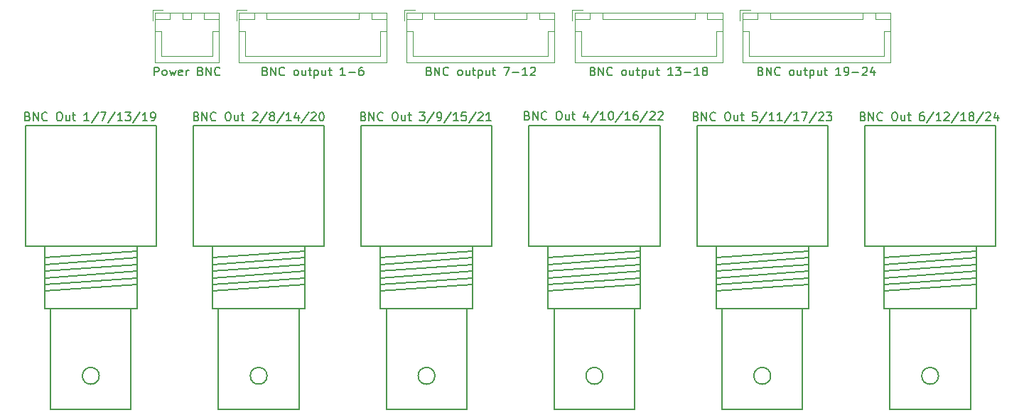
<source format=gbr>
%TF.GenerationSoftware,KiCad,Pcbnew,7.0.8*%
%TF.CreationDate,2024-02-13T18:25:42+01:00*%
%TF.ProjectId,BlankingRelay_Top1,426c616e-6b69-46e6-9752-656c61795f54,rev?*%
%TF.SameCoordinates,Original*%
%TF.FileFunction,Legend,Top*%
%TF.FilePolarity,Positive*%
%FSLAX46Y46*%
G04 Gerber Fmt 4.6, Leading zero omitted, Abs format (unit mm)*
G04 Created by KiCad (PCBNEW 7.0.8) date 2024-02-13 18:25:42*
%MOMM*%
%LPD*%
G01*
G04 APERTURE LIST*
%ADD10C,0.150000*%
%ADD11C,0.120000*%
G04 APERTURE END LIST*
D10*
X139630951Y-64031009D02*
X139773808Y-64078628D01*
X139773808Y-64078628D02*
X139821427Y-64126247D01*
X139821427Y-64126247D02*
X139869046Y-64221485D01*
X139869046Y-64221485D02*
X139869046Y-64364342D01*
X139869046Y-64364342D02*
X139821427Y-64459580D01*
X139821427Y-64459580D02*
X139773808Y-64507200D01*
X139773808Y-64507200D02*
X139678570Y-64554819D01*
X139678570Y-64554819D02*
X139297618Y-64554819D01*
X139297618Y-64554819D02*
X139297618Y-63554819D01*
X139297618Y-63554819D02*
X139630951Y-63554819D01*
X139630951Y-63554819D02*
X139726189Y-63602438D01*
X139726189Y-63602438D02*
X139773808Y-63650057D01*
X139773808Y-63650057D02*
X139821427Y-63745295D01*
X139821427Y-63745295D02*
X139821427Y-63840533D01*
X139821427Y-63840533D02*
X139773808Y-63935771D01*
X139773808Y-63935771D02*
X139726189Y-63983390D01*
X139726189Y-63983390D02*
X139630951Y-64031009D01*
X139630951Y-64031009D02*
X139297618Y-64031009D01*
X140297618Y-64554819D02*
X140297618Y-63554819D01*
X140297618Y-63554819D02*
X140869046Y-64554819D01*
X140869046Y-64554819D02*
X140869046Y-63554819D01*
X141916665Y-64459580D02*
X141869046Y-64507200D01*
X141869046Y-64507200D02*
X141726189Y-64554819D01*
X141726189Y-64554819D02*
X141630951Y-64554819D01*
X141630951Y-64554819D02*
X141488094Y-64507200D01*
X141488094Y-64507200D02*
X141392856Y-64411961D01*
X141392856Y-64411961D02*
X141345237Y-64316723D01*
X141345237Y-64316723D02*
X141297618Y-64126247D01*
X141297618Y-64126247D02*
X141297618Y-63983390D01*
X141297618Y-63983390D02*
X141345237Y-63792914D01*
X141345237Y-63792914D02*
X141392856Y-63697676D01*
X141392856Y-63697676D02*
X141488094Y-63602438D01*
X141488094Y-63602438D02*
X141630951Y-63554819D01*
X141630951Y-63554819D02*
X141726189Y-63554819D01*
X141726189Y-63554819D02*
X141869046Y-63602438D01*
X141869046Y-63602438D02*
X141916665Y-63650057D01*
X143249999Y-64554819D02*
X143154761Y-64507200D01*
X143154761Y-64507200D02*
X143107142Y-64459580D01*
X143107142Y-64459580D02*
X143059523Y-64364342D01*
X143059523Y-64364342D02*
X143059523Y-64078628D01*
X143059523Y-64078628D02*
X143107142Y-63983390D01*
X143107142Y-63983390D02*
X143154761Y-63935771D01*
X143154761Y-63935771D02*
X143249999Y-63888152D01*
X143249999Y-63888152D02*
X143392856Y-63888152D01*
X143392856Y-63888152D02*
X143488094Y-63935771D01*
X143488094Y-63935771D02*
X143535713Y-63983390D01*
X143535713Y-63983390D02*
X143583332Y-64078628D01*
X143583332Y-64078628D02*
X143583332Y-64364342D01*
X143583332Y-64364342D02*
X143535713Y-64459580D01*
X143535713Y-64459580D02*
X143488094Y-64507200D01*
X143488094Y-64507200D02*
X143392856Y-64554819D01*
X143392856Y-64554819D02*
X143249999Y-64554819D01*
X144440475Y-63888152D02*
X144440475Y-64554819D01*
X144011904Y-63888152D02*
X144011904Y-64411961D01*
X144011904Y-64411961D02*
X144059523Y-64507200D01*
X144059523Y-64507200D02*
X144154761Y-64554819D01*
X144154761Y-64554819D02*
X144297618Y-64554819D01*
X144297618Y-64554819D02*
X144392856Y-64507200D01*
X144392856Y-64507200D02*
X144440475Y-64459580D01*
X144773809Y-63888152D02*
X145154761Y-63888152D01*
X144916666Y-63554819D02*
X144916666Y-64411961D01*
X144916666Y-64411961D02*
X144964285Y-64507200D01*
X144964285Y-64507200D02*
X145059523Y-64554819D01*
X145059523Y-64554819D02*
X145154761Y-64554819D01*
X145488095Y-63888152D02*
X145488095Y-64888152D01*
X145488095Y-63935771D02*
X145583333Y-63888152D01*
X145583333Y-63888152D02*
X145773809Y-63888152D01*
X145773809Y-63888152D02*
X145869047Y-63935771D01*
X145869047Y-63935771D02*
X145916666Y-63983390D01*
X145916666Y-63983390D02*
X145964285Y-64078628D01*
X145964285Y-64078628D02*
X145964285Y-64364342D01*
X145964285Y-64364342D02*
X145916666Y-64459580D01*
X145916666Y-64459580D02*
X145869047Y-64507200D01*
X145869047Y-64507200D02*
X145773809Y-64554819D01*
X145773809Y-64554819D02*
X145583333Y-64554819D01*
X145583333Y-64554819D02*
X145488095Y-64507200D01*
X146821428Y-63888152D02*
X146821428Y-64554819D01*
X146392857Y-63888152D02*
X146392857Y-64411961D01*
X146392857Y-64411961D02*
X146440476Y-64507200D01*
X146440476Y-64507200D02*
X146535714Y-64554819D01*
X146535714Y-64554819D02*
X146678571Y-64554819D01*
X146678571Y-64554819D02*
X146773809Y-64507200D01*
X146773809Y-64507200D02*
X146821428Y-64459580D01*
X147154762Y-63888152D02*
X147535714Y-63888152D01*
X147297619Y-63554819D02*
X147297619Y-64411961D01*
X147297619Y-64411961D02*
X147345238Y-64507200D01*
X147345238Y-64507200D02*
X147440476Y-64554819D01*
X147440476Y-64554819D02*
X147535714Y-64554819D01*
X149154762Y-64554819D02*
X148583334Y-64554819D01*
X148869048Y-64554819D02*
X148869048Y-63554819D01*
X148869048Y-63554819D02*
X148773810Y-63697676D01*
X148773810Y-63697676D02*
X148678572Y-63792914D01*
X148678572Y-63792914D02*
X148583334Y-63840533D01*
X149630953Y-64554819D02*
X149821429Y-64554819D01*
X149821429Y-64554819D02*
X149916667Y-64507200D01*
X149916667Y-64507200D02*
X149964286Y-64459580D01*
X149964286Y-64459580D02*
X150059524Y-64316723D01*
X150059524Y-64316723D02*
X150107143Y-64126247D01*
X150107143Y-64126247D02*
X150107143Y-63745295D01*
X150107143Y-63745295D02*
X150059524Y-63650057D01*
X150059524Y-63650057D02*
X150011905Y-63602438D01*
X150011905Y-63602438D02*
X149916667Y-63554819D01*
X149916667Y-63554819D02*
X149726191Y-63554819D01*
X149726191Y-63554819D02*
X149630953Y-63602438D01*
X149630953Y-63602438D02*
X149583334Y-63650057D01*
X149583334Y-63650057D02*
X149535715Y-63745295D01*
X149535715Y-63745295D02*
X149535715Y-63983390D01*
X149535715Y-63983390D02*
X149583334Y-64078628D01*
X149583334Y-64078628D02*
X149630953Y-64126247D01*
X149630953Y-64126247D02*
X149726191Y-64173866D01*
X149726191Y-64173866D02*
X149916667Y-64173866D01*
X149916667Y-64173866D02*
X150011905Y-64126247D01*
X150011905Y-64126247D02*
X150059524Y-64078628D01*
X150059524Y-64078628D02*
X150107143Y-63983390D01*
X150535715Y-64173866D02*
X151297620Y-64173866D01*
X151726191Y-63650057D02*
X151773810Y-63602438D01*
X151773810Y-63602438D02*
X151869048Y-63554819D01*
X151869048Y-63554819D02*
X152107143Y-63554819D01*
X152107143Y-63554819D02*
X152202381Y-63602438D01*
X152202381Y-63602438D02*
X152250000Y-63650057D01*
X152250000Y-63650057D02*
X152297619Y-63745295D01*
X152297619Y-63745295D02*
X152297619Y-63840533D01*
X152297619Y-63840533D02*
X152250000Y-63983390D01*
X152250000Y-63983390D02*
X151678572Y-64554819D01*
X151678572Y-64554819D02*
X152297619Y-64554819D01*
X153154762Y-63888152D02*
X153154762Y-64554819D01*
X152916667Y-63507200D02*
X152678572Y-64221485D01*
X152678572Y-64221485D02*
X153297619Y-64221485D01*
X67369047Y-64554819D02*
X67369047Y-63554819D01*
X67369047Y-63554819D02*
X67749999Y-63554819D01*
X67749999Y-63554819D02*
X67845237Y-63602438D01*
X67845237Y-63602438D02*
X67892856Y-63650057D01*
X67892856Y-63650057D02*
X67940475Y-63745295D01*
X67940475Y-63745295D02*
X67940475Y-63888152D01*
X67940475Y-63888152D02*
X67892856Y-63983390D01*
X67892856Y-63983390D02*
X67845237Y-64031009D01*
X67845237Y-64031009D02*
X67749999Y-64078628D01*
X67749999Y-64078628D02*
X67369047Y-64078628D01*
X68511904Y-64554819D02*
X68416666Y-64507200D01*
X68416666Y-64507200D02*
X68369047Y-64459580D01*
X68369047Y-64459580D02*
X68321428Y-64364342D01*
X68321428Y-64364342D02*
X68321428Y-64078628D01*
X68321428Y-64078628D02*
X68369047Y-63983390D01*
X68369047Y-63983390D02*
X68416666Y-63935771D01*
X68416666Y-63935771D02*
X68511904Y-63888152D01*
X68511904Y-63888152D02*
X68654761Y-63888152D01*
X68654761Y-63888152D02*
X68749999Y-63935771D01*
X68749999Y-63935771D02*
X68797618Y-63983390D01*
X68797618Y-63983390D02*
X68845237Y-64078628D01*
X68845237Y-64078628D02*
X68845237Y-64364342D01*
X68845237Y-64364342D02*
X68797618Y-64459580D01*
X68797618Y-64459580D02*
X68749999Y-64507200D01*
X68749999Y-64507200D02*
X68654761Y-64554819D01*
X68654761Y-64554819D02*
X68511904Y-64554819D01*
X69178571Y-63888152D02*
X69369047Y-64554819D01*
X69369047Y-64554819D02*
X69559523Y-64078628D01*
X69559523Y-64078628D02*
X69749999Y-64554819D01*
X69749999Y-64554819D02*
X69940475Y-63888152D01*
X70702380Y-64507200D02*
X70607142Y-64554819D01*
X70607142Y-64554819D02*
X70416666Y-64554819D01*
X70416666Y-64554819D02*
X70321428Y-64507200D01*
X70321428Y-64507200D02*
X70273809Y-64411961D01*
X70273809Y-64411961D02*
X70273809Y-64031009D01*
X70273809Y-64031009D02*
X70321428Y-63935771D01*
X70321428Y-63935771D02*
X70416666Y-63888152D01*
X70416666Y-63888152D02*
X70607142Y-63888152D01*
X70607142Y-63888152D02*
X70702380Y-63935771D01*
X70702380Y-63935771D02*
X70749999Y-64031009D01*
X70749999Y-64031009D02*
X70749999Y-64126247D01*
X70749999Y-64126247D02*
X70273809Y-64221485D01*
X71178571Y-64554819D02*
X71178571Y-63888152D01*
X71178571Y-64078628D02*
X71226190Y-63983390D01*
X71226190Y-63983390D02*
X71273809Y-63935771D01*
X71273809Y-63935771D02*
X71369047Y-63888152D01*
X71369047Y-63888152D02*
X71464285Y-63888152D01*
X72892857Y-64031009D02*
X73035714Y-64078628D01*
X73035714Y-64078628D02*
X73083333Y-64126247D01*
X73083333Y-64126247D02*
X73130952Y-64221485D01*
X73130952Y-64221485D02*
X73130952Y-64364342D01*
X73130952Y-64364342D02*
X73083333Y-64459580D01*
X73083333Y-64459580D02*
X73035714Y-64507200D01*
X73035714Y-64507200D02*
X72940476Y-64554819D01*
X72940476Y-64554819D02*
X72559524Y-64554819D01*
X72559524Y-64554819D02*
X72559524Y-63554819D01*
X72559524Y-63554819D02*
X72892857Y-63554819D01*
X72892857Y-63554819D02*
X72988095Y-63602438D01*
X72988095Y-63602438D02*
X73035714Y-63650057D01*
X73035714Y-63650057D02*
X73083333Y-63745295D01*
X73083333Y-63745295D02*
X73083333Y-63840533D01*
X73083333Y-63840533D02*
X73035714Y-63935771D01*
X73035714Y-63935771D02*
X72988095Y-63983390D01*
X72988095Y-63983390D02*
X72892857Y-64031009D01*
X72892857Y-64031009D02*
X72559524Y-64031009D01*
X73559524Y-64554819D02*
X73559524Y-63554819D01*
X73559524Y-63554819D02*
X74130952Y-64554819D01*
X74130952Y-64554819D02*
X74130952Y-63554819D01*
X75178571Y-64459580D02*
X75130952Y-64507200D01*
X75130952Y-64507200D02*
X74988095Y-64554819D01*
X74988095Y-64554819D02*
X74892857Y-64554819D01*
X74892857Y-64554819D02*
X74750000Y-64507200D01*
X74750000Y-64507200D02*
X74654762Y-64411961D01*
X74654762Y-64411961D02*
X74607143Y-64316723D01*
X74607143Y-64316723D02*
X74559524Y-64126247D01*
X74559524Y-64126247D02*
X74559524Y-63983390D01*
X74559524Y-63983390D02*
X74607143Y-63792914D01*
X74607143Y-63792914D02*
X74654762Y-63697676D01*
X74654762Y-63697676D02*
X74750000Y-63602438D01*
X74750000Y-63602438D02*
X74892857Y-63554819D01*
X74892857Y-63554819D02*
X74988095Y-63554819D01*
X74988095Y-63554819D02*
X75130952Y-63602438D01*
X75130952Y-63602438D02*
X75178571Y-63650057D01*
X100107142Y-64031009D02*
X100249999Y-64078628D01*
X100249999Y-64078628D02*
X100297618Y-64126247D01*
X100297618Y-64126247D02*
X100345237Y-64221485D01*
X100345237Y-64221485D02*
X100345237Y-64364342D01*
X100345237Y-64364342D02*
X100297618Y-64459580D01*
X100297618Y-64459580D02*
X100249999Y-64507200D01*
X100249999Y-64507200D02*
X100154761Y-64554819D01*
X100154761Y-64554819D02*
X99773809Y-64554819D01*
X99773809Y-64554819D02*
X99773809Y-63554819D01*
X99773809Y-63554819D02*
X100107142Y-63554819D01*
X100107142Y-63554819D02*
X100202380Y-63602438D01*
X100202380Y-63602438D02*
X100249999Y-63650057D01*
X100249999Y-63650057D02*
X100297618Y-63745295D01*
X100297618Y-63745295D02*
X100297618Y-63840533D01*
X100297618Y-63840533D02*
X100249999Y-63935771D01*
X100249999Y-63935771D02*
X100202380Y-63983390D01*
X100202380Y-63983390D02*
X100107142Y-64031009D01*
X100107142Y-64031009D02*
X99773809Y-64031009D01*
X100773809Y-64554819D02*
X100773809Y-63554819D01*
X100773809Y-63554819D02*
X101345237Y-64554819D01*
X101345237Y-64554819D02*
X101345237Y-63554819D01*
X102392856Y-64459580D02*
X102345237Y-64507200D01*
X102345237Y-64507200D02*
X102202380Y-64554819D01*
X102202380Y-64554819D02*
X102107142Y-64554819D01*
X102107142Y-64554819D02*
X101964285Y-64507200D01*
X101964285Y-64507200D02*
X101869047Y-64411961D01*
X101869047Y-64411961D02*
X101821428Y-64316723D01*
X101821428Y-64316723D02*
X101773809Y-64126247D01*
X101773809Y-64126247D02*
X101773809Y-63983390D01*
X101773809Y-63983390D02*
X101821428Y-63792914D01*
X101821428Y-63792914D02*
X101869047Y-63697676D01*
X101869047Y-63697676D02*
X101964285Y-63602438D01*
X101964285Y-63602438D02*
X102107142Y-63554819D01*
X102107142Y-63554819D02*
X102202380Y-63554819D01*
X102202380Y-63554819D02*
X102345237Y-63602438D01*
X102345237Y-63602438D02*
X102392856Y-63650057D01*
X103726190Y-64554819D02*
X103630952Y-64507200D01*
X103630952Y-64507200D02*
X103583333Y-64459580D01*
X103583333Y-64459580D02*
X103535714Y-64364342D01*
X103535714Y-64364342D02*
X103535714Y-64078628D01*
X103535714Y-64078628D02*
X103583333Y-63983390D01*
X103583333Y-63983390D02*
X103630952Y-63935771D01*
X103630952Y-63935771D02*
X103726190Y-63888152D01*
X103726190Y-63888152D02*
X103869047Y-63888152D01*
X103869047Y-63888152D02*
X103964285Y-63935771D01*
X103964285Y-63935771D02*
X104011904Y-63983390D01*
X104011904Y-63983390D02*
X104059523Y-64078628D01*
X104059523Y-64078628D02*
X104059523Y-64364342D01*
X104059523Y-64364342D02*
X104011904Y-64459580D01*
X104011904Y-64459580D02*
X103964285Y-64507200D01*
X103964285Y-64507200D02*
X103869047Y-64554819D01*
X103869047Y-64554819D02*
X103726190Y-64554819D01*
X104916666Y-63888152D02*
X104916666Y-64554819D01*
X104488095Y-63888152D02*
X104488095Y-64411961D01*
X104488095Y-64411961D02*
X104535714Y-64507200D01*
X104535714Y-64507200D02*
X104630952Y-64554819D01*
X104630952Y-64554819D02*
X104773809Y-64554819D01*
X104773809Y-64554819D02*
X104869047Y-64507200D01*
X104869047Y-64507200D02*
X104916666Y-64459580D01*
X105250000Y-63888152D02*
X105630952Y-63888152D01*
X105392857Y-63554819D02*
X105392857Y-64411961D01*
X105392857Y-64411961D02*
X105440476Y-64507200D01*
X105440476Y-64507200D02*
X105535714Y-64554819D01*
X105535714Y-64554819D02*
X105630952Y-64554819D01*
X105964286Y-63888152D02*
X105964286Y-64888152D01*
X105964286Y-63935771D02*
X106059524Y-63888152D01*
X106059524Y-63888152D02*
X106250000Y-63888152D01*
X106250000Y-63888152D02*
X106345238Y-63935771D01*
X106345238Y-63935771D02*
X106392857Y-63983390D01*
X106392857Y-63983390D02*
X106440476Y-64078628D01*
X106440476Y-64078628D02*
X106440476Y-64364342D01*
X106440476Y-64364342D02*
X106392857Y-64459580D01*
X106392857Y-64459580D02*
X106345238Y-64507200D01*
X106345238Y-64507200D02*
X106250000Y-64554819D01*
X106250000Y-64554819D02*
X106059524Y-64554819D01*
X106059524Y-64554819D02*
X105964286Y-64507200D01*
X107297619Y-63888152D02*
X107297619Y-64554819D01*
X106869048Y-63888152D02*
X106869048Y-64411961D01*
X106869048Y-64411961D02*
X106916667Y-64507200D01*
X106916667Y-64507200D02*
X107011905Y-64554819D01*
X107011905Y-64554819D02*
X107154762Y-64554819D01*
X107154762Y-64554819D02*
X107250000Y-64507200D01*
X107250000Y-64507200D02*
X107297619Y-64459580D01*
X107630953Y-63888152D02*
X108011905Y-63888152D01*
X107773810Y-63554819D02*
X107773810Y-64411961D01*
X107773810Y-64411961D02*
X107821429Y-64507200D01*
X107821429Y-64507200D02*
X107916667Y-64554819D01*
X107916667Y-64554819D02*
X108011905Y-64554819D01*
X109011906Y-63554819D02*
X109678572Y-63554819D01*
X109678572Y-63554819D02*
X109250001Y-64554819D01*
X110059525Y-64173866D02*
X110821430Y-64173866D01*
X111821429Y-64554819D02*
X111250001Y-64554819D01*
X111535715Y-64554819D02*
X111535715Y-63554819D01*
X111535715Y-63554819D02*
X111440477Y-63697676D01*
X111440477Y-63697676D02*
X111345239Y-63792914D01*
X111345239Y-63792914D02*
X111250001Y-63840533D01*
X112202382Y-63650057D02*
X112250001Y-63602438D01*
X112250001Y-63602438D02*
X112345239Y-63554819D01*
X112345239Y-63554819D02*
X112583334Y-63554819D01*
X112583334Y-63554819D02*
X112678572Y-63602438D01*
X112678572Y-63602438D02*
X112726191Y-63650057D01*
X112726191Y-63650057D02*
X112773810Y-63745295D01*
X112773810Y-63745295D02*
X112773810Y-63840533D01*
X112773810Y-63840533D02*
X112726191Y-63983390D01*
X112726191Y-63983390D02*
X112154763Y-64554819D01*
X112154763Y-64554819D02*
X112773810Y-64554819D01*
X119630951Y-64031009D02*
X119773808Y-64078628D01*
X119773808Y-64078628D02*
X119821427Y-64126247D01*
X119821427Y-64126247D02*
X119869046Y-64221485D01*
X119869046Y-64221485D02*
X119869046Y-64364342D01*
X119869046Y-64364342D02*
X119821427Y-64459580D01*
X119821427Y-64459580D02*
X119773808Y-64507200D01*
X119773808Y-64507200D02*
X119678570Y-64554819D01*
X119678570Y-64554819D02*
X119297618Y-64554819D01*
X119297618Y-64554819D02*
X119297618Y-63554819D01*
X119297618Y-63554819D02*
X119630951Y-63554819D01*
X119630951Y-63554819D02*
X119726189Y-63602438D01*
X119726189Y-63602438D02*
X119773808Y-63650057D01*
X119773808Y-63650057D02*
X119821427Y-63745295D01*
X119821427Y-63745295D02*
X119821427Y-63840533D01*
X119821427Y-63840533D02*
X119773808Y-63935771D01*
X119773808Y-63935771D02*
X119726189Y-63983390D01*
X119726189Y-63983390D02*
X119630951Y-64031009D01*
X119630951Y-64031009D02*
X119297618Y-64031009D01*
X120297618Y-64554819D02*
X120297618Y-63554819D01*
X120297618Y-63554819D02*
X120869046Y-64554819D01*
X120869046Y-64554819D02*
X120869046Y-63554819D01*
X121916665Y-64459580D02*
X121869046Y-64507200D01*
X121869046Y-64507200D02*
X121726189Y-64554819D01*
X121726189Y-64554819D02*
X121630951Y-64554819D01*
X121630951Y-64554819D02*
X121488094Y-64507200D01*
X121488094Y-64507200D02*
X121392856Y-64411961D01*
X121392856Y-64411961D02*
X121345237Y-64316723D01*
X121345237Y-64316723D02*
X121297618Y-64126247D01*
X121297618Y-64126247D02*
X121297618Y-63983390D01*
X121297618Y-63983390D02*
X121345237Y-63792914D01*
X121345237Y-63792914D02*
X121392856Y-63697676D01*
X121392856Y-63697676D02*
X121488094Y-63602438D01*
X121488094Y-63602438D02*
X121630951Y-63554819D01*
X121630951Y-63554819D02*
X121726189Y-63554819D01*
X121726189Y-63554819D02*
X121869046Y-63602438D01*
X121869046Y-63602438D02*
X121916665Y-63650057D01*
X123249999Y-64554819D02*
X123154761Y-64507200D01*
X123154761Y-64507200D02*
X123107142Y-64459580D01*
X123107142Y-64459580D02*
X123059523Y-64364342D01*
X123059523Y-64364342D02*
X123059523Y-64078628D01*
X123059523Y-64078628D02*
X123107142Y-63983390D01*
X123107142Y-63983390D02*
X123154761Y-63935771D01*
X123154761Y-63935771D02*
X123249999Y-63888152D01*
X123249999Y-63888152D02*
X123392856Y-63888152D01*
X123392856Y-63888152D02*
X123488094Y-63935771D01*
X123488094Y-63935771D02*
X123535713Y-63983390D01*
X123535713Y-63983390D02*
X123583332Y-64078628D01*
X123583332Y-64078628D02*
X123583332Y-64364342D01*
X123583332Y-64364342D02*
X123535713Y-64459580D01*
X123535713Y-64459580D02*
X123488094Y-64507200D01*
X123488094Y-64507200D02*
X123392856Y-64554819D01*
X123392856Y-64554819D02*
X123249999Y-64554819D01*
X124440475Y-63888152D02*
X124440475Y-64554819D01*
X124011904Y-63888152D02*
X124011904Y-64411961D01*
X124011904Y-64411961D02*
X124059523Y-64507200D01*
X124059523Y-64507200D02*
X124154761Y-64554819D01*
X124154761Y-64554819D02*
X124297618Y-64554819D01*
X124297618Y-64554819D02*
X124392856Y-64507200D01*
X124392856Y-64507200D02*
X124440475Y-64459580D01*
X124773809Y-63888152D02*
X125154761Y-63888152D01*
X124916666Y-63554819D02*
X124916666Y-64411961D01*
X124916666Y-64411961D02*
X124964285Y-64507200D01*
X124964285Y-64507200D02*
X125059523Y-64554819D01*
X125059523Y-64554819D02*
X125154761Y-64554819D01*
X125488095Y-63888152D02*
X125488095Y-64888152D01*
X125488095Y-63935771D02*
X125583333Y-63888152D01*
X125583333Y-63888152D02*
X125773809Y-63888152D01*
X125773809Y-63888152D02*
X125869047Y-63935771D01*
X125869047Y-63935771D02*
X125916666Y-63983390D01*
X125916666Y-63983390D02*
X125964285Y-64078628D01*
X125964285Y-64078628D02*
X125964285Y-64364342D01*
X125964285Y-64364342D02*
X125916666Y-64459580D01*
X125916666Y-64459580D02*
X125869047Y-64507200D01*
X125869047Y-64507200D02*
X125773809Y-64554819D01*
X125773809Y-64554819D02*
X125583333Y-64554819D01*
X125583333Y-64554819D02*
X125488095Y-64507200D01*
X126821428Y-63888152D02*
X126821428Y-64554819D01*
X126392857Y-63888152D02*
X126392857Y-64411961D01*
X126392857Y-64411961D02*
X126440476Y-64507200D01*
X126440476Y-64507200D02*
X126535714Y-64554819D01*
X126535714Y-64554819D02*
X126678571Y-64554819D01*
X126678571Y-64554819D02*
X126773809Y-64507200D01*
X126773809Y-64507200D02*
X126821428Y-64459580D01*
X127154762Y-63888152D02*
X127535714Y-63888152D01*
X127297619Y-63554819D02*
X127297619Y-64411961D01*
X127297619Y-64411961D02*
X127345238Y-64507200D01*
X127345238Y-64507200D02*
X127440476Y-64554819D01*
X127440476Y-64554819D02*
X127535714Y-64554819D01*
X129154762Y-64554819D02*
X128583334Y-64554819D01*
X128869048Y-64554819D02*
X128869048Y-63554819D01*
X128869048Y-63554819D02*
X128773810Y-63697676D01*
X128773810Y-63697676D02*
X128678572Y-63792914D01*
X128678572Y-63792914D02*
X128583334Y-63840533D01*
X129488096Y-63554819D02*
X130107143Y-63554819D01*
X130107143Y-63554819D02*
X129773810Y-63935771D01*
X129773810Y-63935771D02*
X129916667Y-63935771D01*
X129916667Y-63935771D02*
X130011905Y-63983390D01*
X130011905Y-63983390D02*
X130059524Y-64031009D01*
X130059524Y-64031009D02*
X130107143Y-64126247D01*
X130107143Y-64126247D02*
X130107143Y-64364342D01*
X130107143Y-64364342D02*
X130059524Y-64459580D01*
X130059524Y-64459580D02*
X130011905Y-64507200D01*
X130011905Y-64507200D02*
X129916667Y-64554819D01*
X129916667Y-64554819D02*
X129630953Y-64554819D01*
X129630953Y-64554819D02*
X129535715Y-64507200D01*
X129535715Y-64507200D02*
X129488096Y-64459580D01*
X130535715Y-64173866D02*
X131297620Y-64173866D01*
X132297619Y-64554819D02*
X131726191Y-64554819D01*
X132011905Y-64554819D02*
X132011905Y-63554819D01*
X132011905Y-63554819D02*
X131916667Y-63697676D01*
X131916667Y-63697676D02*
X131821429Y-63792914D01*
X131821429Y-63792914D02*
X131726191Y-63840533D01*
X132869048Y-63983390D02*
X132773810Y-63935771D01*
X132773810Y-63935771D02*
X132726191Y-63888152D01*
X132726191Y-63888152D02*
X132678572Y-63792914D01*
X132678572Y-63792914D02*
X132678572Y-63745295D01*
X132678572Y-63745295D02*
X132726191Y-63650057D01*
X132726191Y-63650057D02*
X132773810Y-63602438D01*
X132773810Y-63602438D02*
X132869048Y-63554819D01*
X132869048Y-63554819D02*
X133059524Y-63554819D01*
X133059524Y-63554819D02*
X133154762Y-63602438D01*
X133154762Y-63602438D02*
X133202381Y-63650057D01*
X133202381Y-63650057D02*
X133250000Y-63745295D01*
X133250000Y-63745295D02*
X133250000Y-63792914D01*
X133250000Y-63792914D02*
X133202381Y-63888152D01*
X133202381Y-63888152D02*
X133154762Y-63935771D01*
X133154762Y-63935771D02*
X133059524Y-63983390D01*
X133059524Y-63983390D02*
X132869048Y-63983390D01*
X132869048Y-63983390D02*
X132773810Y-64031009D01*
X132773810Y-64031009D02*
X132726191Y-64078628D01*
X132726191Y-64078628D02*
X132678572Y-64173866D01*
X132678572Y-64173866D02*
X132678572Y-64364342D01*
X132678572Y-64364342D02*
X132726191Y-64459580D01*
X132726191Y-64459580D02*
X132773810Y-64507200D01*
X132773810Y-64507200D02*
X132869048Y-64554819D01*
X132869048Y-64554819D02*
X133059524Y-64554819D01*
X133059524Y-64554819D02*
X133154762Y-64507200D01*
X133154762Y-64507200D02*
X133202381Y-64459580D01*
X133202381Y-64459580D02*
X133250000Y-64364342D01*
X133250000Y-64364342D02*
X133250000Y-64173866D01*
X133250000Y-64173866D02*
X133202381Y-64078628D01*
X133202381Y-64078628D02*
X133154762Y-64031009D01*
X133154762Y-64031009D02*
X133059524Y-63983390D01*
X80583332Y-64031009D02*
X80726189Y-64078628D01*
X80726189Y-64078628D02*
X80773808Y-64126247D01*
X80773808Y-64126247D02*
X80821427Y-64221485D01*
X80821427Y-64221485D02*
X80821427Y-64364342D01*
X80821427Y-64364342D02*
X80773808Y-64459580D01*
X80773808Y-64459580D02*
X80726189Y-64507200D01*
X80726189Y-64507200D02*
X80630951Y-64554819D01*
X80630951Y-64554819D02*
X80249999Y-64554819D01*
X80249999Y-64554819D02*
X80249999Y-63554819D01*
X80249999Y-63554819D02*
X80583332Y-63554819D01*
X80583332Y-63554819D02*
X80678570Y-63602438D01*
X80678570Y-63602438D02*
X80726189Y-63650057D01*
X80726189Y-63650057D02*
X80773808Y-63745295D01*
X80773808Y-63745295D02*
X80773808Y-63840533D01*
X80773808Y-63840533D02*
X80726189Y-63935771D01*
X80726189Y-63935771D02*
X80678570Y-63983390D01*
X80678570Y-63983390D02*
X80583332Y-64031009D01*
X80583332Y-64031009D02*
X80249999Y-64031009D01*
X81249999Y-64554819D02*
X81249999Y-63554819D01*
X81249999Y-63554819D02*
X81821427Y-64554819D01*
X81821427Y-64554819D02*
X81821427Y-63554819D01*
X82869046Y-64459580D02*
X82821427Y-64507200D01*
X82821427Y-64507200D02*
X82678570Y-64554819D01*
X82678570Y-64554819D02*
X82583332Y-64554819D01*
X82583332Y-64554819D02*
X82440475Y-64507200D01*
X82440475Y-64507200D02*
X82345237Y-64411961D01*
X82345237Y-64411961D02*
X82297618Y-64316723D01*
X82297618Y-64316723D02*
X82249999Y-64126247D01*
X82249999Y-64126247D02*
X82249999Y-63983390D01*
X82249999Y-63983390D02*
X82297618Y-63792914D01*
X82297618Y-63792914D02*
X82345237Y-63697676D01*
X82345237Y-63697676D02*
X82440475Y-63602438D01*
X82440475Y-63602438D02*
X82583332Y-63554819D01*
X82583332Y-63554819D02*
X82678570Y-63554819D01*
X82678570Y-63554819D02*
X82821427Y-63602438D01*
X82821427Y-63602438D02*
X82869046Y-63650057D01*
X84202380Y-64554819D02*
X84107142Y-64507200D01*
X84107142Y-64507200D02*
X84059523Y-64459580D01*
X84059523Y-64459580D02*
X84011904Y-64364342D01*
X84011904Y-64364342D02*
X84011904Y-64078628D01*
X84011904Y-64078628D02*
X84059523Y-63983390D01*
X84059523Y-63983390D02*
X84107142Y-63935771D01*
X84107142Y-63935771D02*
X84202380Y-63888152D01*
X84202380Y-63888152D02*
X84345237Y-63888152D01*
X84345237Y-63888152D02*
X84440475Y-63935771D01*
X84440475Y-63935771D02*
X84488094Y-63983390D01*
X84488094Y-63983390D02*
X84535713Y-64078628D01*
X84535713Y-64078628D02*
X84535713Y-64364342D01*
X84535713Y-64364342D02*
X84488094Y-64459580D01*
X84488094Y-64459580D02*
X84440475Y-64507200D01*
X84440475Y-64507200D02*
X84345237Y-64554819D01*
X84345237Y-64554819D02*
X84202380Y-64554819D01*
X85392856Y-63888152D02*
X85392856Y-64554819D01*
X84964285Y-63888152D02*
X84964285Y-64411961D01*
X84964285Y-64411961D02*
X85011904Y-64507200D01*
X85011904Y-64507200D02*
X85107142Y-64554819D01*
X85107142Y-64554819D02*
X85249999Y-64554819D01*
X85249999Y-64554819D02*
X85345237Y-64507200D01*
X85345237Y-64507200D02*
X85392856Y-64459580D01*
X85726190Y-63888152D02*
X86107142Y-63888152D01*
X85869047Y-63554819D02*
X85869047Y-64411961D01*
X85869047Y-64411961D02*
X85916666Y-64507200D01*
X85916666Y-64507200D02*
X86011904Y-64554819D01*
X86011904Y-64554819D02*
X86107142Y-64554819D01*
X86440476Y-63888152D02*
X86440476Y-64888152D01*
X86440476Y-63935771D02*
X86535714Y-63888152D01*
X86535714Y-63888152D02*
X86726190Y-63888152D01*
X86726190Y-63888152D02*
X86821428Y-63935771D01*
X86821428Y-63935771D02*
X86869047Y-63983390D01*
X86869047Y-63983390D02*
X86916666Y-64078628D01*
X86916666Y-64078628D02*
X86916666Y-64364342D01*
X86916666Y-64364342D02*
X86869047Y-64459580D01*
X86869047Y-64459580D02*
X86821428Y-64507200D01*
X86821428Y-64507200D02*
X86726190Y-64554819D01*
X86726190Y-64554819D02*
X86535714Y-64554819D01*
X86535714Y-64554819D02*
X86440476Y-64507200D01*
X87773809Y-63888152D02*
X87773809Y-64554819D01*
X87345238Y-63888152D02*
X87345238Y-64411961D01*
X87345238Y-64411961D02*
X87392857Y-64507200D01*
X87392857Y-64507200D02*
X87488095Y-64554819D01*
X87488095Y-64554819D02*
X87630952Y-64554819D01*
X87630952Y-64554819D02*
X87726190Y-64507200D01*
X87726190Y-64507200D02*
X87773809Y-64459580D01*
X88107143Y-63888152D02*
X88488095Y-63888152D01*
X88250000Y-63554819D02*
X88250000Y-64411961D01*
X88250000Y-64411961D02*
X88297619Y-64507200D01*
X88297619Y-64507200D02*
X88392857Y-64554819D01*
X88392857Y-64554819D02*
X88488095Y-64554819D01*
X90107143Y-64554819D02*
X89535715Y-64554819D01*
X89821429Y-64554819D02*
X89821429Y-63554819D01*
X89821429Y-63554819D02*
X89726191Y-63697676D01*
X89726191Y-63697676D02*
X89630953Y-63792914D01*
X89630953Y-63792914D02*
X89535715Y-63840533D01*
X90535715Y-64173866D02*
X91297620Y-64173866D01*
X92202381Y-63554819D02*
X92011905Y-63554819D01*
X92011905Y-63554819D02*
X91916667Y-63602438D01*
X91916667Y-63602438D02*
X91869048Y-63650057D01*
X91869048Y-63650057D02*
X91773810Y-63792914D01*
X91773810Y-63792914D02*
X91726191Y-63983390D01*
X91726191Y-63983390D02*
X91726191Y-64364342D01*
X91726191Y-64364342D02*
X91773810Y-64459580D01*
X91773810Y-64459580D02*
X91821429Y-64507200D01*
X91821429Y-64507200D02*
X91916667Y-64554819D01*
X91916667Y-64554819D02*
X92107143Y-64554819D01*
X92107143Y-64554819D02*
X92202381Y-64507200D01*
X92202381Y-64507200D02*
X92250000Y-64459580D01*
X92250000Y-64459580D02*
X92297619Y-64364342D01*
X92297619Y-64364342D02*
X92297619Y-64126247D01*
X92297619Y-64126247D02*
X92250000Y-64031009D01*
X92250000Y-64031009D02*
X92202381Y-63983390D01*
X92202381Y-63983390D02*
X92107143Y-63935771D01*
X92107143Y-63935771D02*
X91916667Y-63935771D01*
X91916667Y-63935771D02*
X91821429Y-63983390D01*
X91821429Y-63983390D02*
X91773810Y-64031009D01*
X91773810Y-64031009D02*
X91726191Y-64126247D01*
X131919047Y-69431009D02*
X132061904Y-69478628D01*
X132061904Y-69478628D02*
X132109523Y-69526247D01*
X132109523Y-69526247D02*
X132157142Y-69621485D01*
X132157142Y-69621485D02*
X132157142Y-69764342D01*
X132157142Y-69764342D02*
X132109523Y-69859580D01*
X132109523Y-69859580D02*
X132061904Y-69907200D01*
X132061904Y-69907200D02*
X131966666Y-69954819D01*
X131966666Y-69954819D02*
X131585714Y-69954819D01*
X131585714Y-69954819D02*
X131585714Y-68954819D01*
X131585714Y-68954819D02*
X131919047Y-68954819D01*
X131919047Y-68954819D02*
X132014285Y-69002438D01*
X132014285Y-69002438D02*
X132061904Y-69050057D01*
X132061904Y-69050057D02*
X132109523Y-69145295D01*
X132109523Y-69145295D02*
X132109523Y-69240533D01*
X132109523Y-69240533D02*
X132061904Y-69335771D01*
X132061904Y-69335771D02*
X132014285Y-69383390D01*
X132014285Y-69383390D02*
X131919047Y-69431009D01*
X131919047Y-69431009D02*
X131585714Y-69431009D01*
X132585714Y-69954819D02*
X132585714Y-68954819D01*
X132585714Y-68954819D02*
X133157142Y-69954819D01*
X133157142Y-69954819D02*
X133157142Y-68954819D01*
X134204761Y-69859580D02*
X134157142Y-69907200D01*
X134157142Y-69907200D02*
X134014285Y-69954819D01*
X134014285Y-69954819D02*
X133919047Y-69954819D01*
X133919047Y-69954819D02*
X133776190Y-69907200D01*
X133776190Y-69907200D02*
X133680952Y-69811961D01*
X133680952Y-69811961D02*
X133633333Y-69716723D01*
X133633333Y-69716723D02*
X133585714Y-69526247D01*
X133585714Y-69526247D02*
X133585714Y-69383390D01*
X133585714Y-69383390D02*
X133633333Y-69192914D01*
X133633333Y-69192914D02*
X133680952Y-69097676D01*
X133680952Y-69097676D02*
X133776190Y-69002438D01*
X133776190Y-69002438D02*
X133919047Y-68954819D01*
X133919047Y-68954819D02*
X134014285Y-68954819D01*
X134014285Y-68954819D02*
X134157142Y-69002438D01*
X134157142Y-69002438D02*
X134204761Y-69050057D01*
X135585714Y-68954819D02*
X135776190Y-68954819D01*
X135776190Y-68954819D02*
X135871428Y-69002438D01*
X135871428Y-69002438D02*
X135966666Y-69097676D01*
X135966666Y-69097676D02*
X136014285Y-69288152D01*
X136014285Y-69288152D02*
X136014285Y-69621485D01*
X136014285Y-69621485D02*
X135966666Y-69811961D01*
X135966666Y-69811961D02*
X135871428Y-69907200D01*
X135871428Y-69907200D02*
X135776190Y-69954819D01*
X135776190Y-69954819D02*
X135585714Y-69954819D01*
X135585714Y-69954819D02*
X135490476Y-69907200D01*
X135490476Y-69907200D02*
X135395238Y-69811961D01*
X135395238Y-69811961D02*
X135347619Y-69621485D01*
X135347619Y-69621485D02*
X135347619Y-69288152D01*
X135347619Y-69288152D02*
X135395238Y-69097676D01*
X135395238Y-69097676D02*
X135490476Y-69002438D01*
X135490476Y-69002438D02*
X135585714Y-68954819D01*
X136871428Y-69288152D02*
X136871428Y-69954819D01*
X136442857Y-69288152D02*
X136442857Y-69811961D01*
X136442857Y-69811961D02*
X136490476Y-69907200D01*
X136490476Y-69907200D02*
X136585714Y-69954819D01*
X136585714Y-69954819D02*
X136728571Y-69954819D01*
X136728571Y-69954819D02*
X136823809Y-69907200D01*
X136823809Y-69907200D02*
X136871428Y-69859580D01*
X137204762Y-69288152D02*
X137585714Y-69288152D01*
X137347619Y-68954819D02*
X137347619Y-69811961D01*
X137347619Y-69811961D02*
X137395238Y-69907200D01*
X137395238Y-69907200D02*
X137490476Y-69954819D01*
X137490476Y-69954819D02*
X137585714Y-69954819D01*
X139157143Y-68954819D02*
X138680953Y-68954819D01*
X138680953Y-68954819D02*
X138633334Y-69431009D01*
X138633334Y-69431009D02*
X138680953Y-69383390D01*
X138680953Y-69383390D02*
X138776191Y-69335771D01*
X138776191Y-69335771D02*
X139014286Y-69335771D01*
X139014286Y-69335771D02*
X139109524Y-69383390D01*
X139109524Y-69383390D02*
X139157143Y-69431009D01*
X139157143Y-69431009D02*
X139204762Y-69526247D01*
X139204762Y-69526247D02*
X139204762Y-69764342D01*
X139204762Y-69764342D02*
X139157143Y-69859580D01*
X139157143Y-69859580D02*
X139109524Y-69907200D01*
X139109524Y-69907200D02*
X139014286Y-69954819D01*
X139014286Y-69954819D02*
X138776191Y-69954819D01*
X138776191Y-69954819D02*
X138680953Y-69907200D01*
X138680953Y-69907200D02*
X138633334Y-69859580D01*
X140347619Y-68907200D02*
X139490477Y-70192914D01*
X141204762Y-69954819D02*
X140633334Y-69954819D01*
X140919048Y-69954819D02*
X140919048Y-68954819D01*
X140919048Y-68954819D02*
X140823810Y-69097676D01*
X140823810Y-69097676D02*
X140728572Y-69192914D01*
X140728572Y-69192914D02*
X140633334Y-69240533D01*
X142157143Y-69954819D02*
X141585715Y-69954819D01*
X141871429Y-69954819D02*
X141871429Y-68954819D01*
X141871429Y-68954819D02*
X141776191Y-69097676D01*
X141776191Y-69097676D02*
X141680953Y-69192914D01*
X141680953Y-69192914D02*
X141585715Y-69240533D01*
X143300000Y-68907200D02*
X142442858Y-70192914D01*
X144157143Y-69954819D02*
X143585715Y-69954819D01*
X143871429Y-69954819D02*
X143871429Y-68954819D01*
X143871429Y-68954819D02*
X143776191Y-69097676D01*
X143776191Y-69097676D02*
X143680953Y-69192914D01*
X143680953Y-69192914D02*
X143585715Y-69240533D01*
X144490477Y-68954819D02*
X145157143Y-68954819D01*
X145157143Y-68954819D02*
X144728572Y-69954819D01*
X146252381Y-68907200D02*
X145395239Y-70192914D01*
X146538096Y-69050057D02*
X146585715Y-69002438D01*
X146585715Y-69002438D02*
X146680953Y-68954819D01*
X146680953Y-68954819D02*
X146919048Y-68954819D01*
X146919048Y-68954819D02*
X147014286Y-69002438D01*
X147014286Y-69002438D02*
X147061905Y-69050057D01*
X147061905Y-69050057D02*
X147109524Y-69145295D01*
X147109524Y-69145295D02*
X147109524Y-69240533D01*
X147109524Y-69240533D02*
X147061905Y-69383390D01*
X147061905Y-69383390D02*
X146490477Y-69954819D01*
X146490477Y-69954819D02*
X147109524Y-69954819D01*
X147442858Y-68954819D02*
X148061905Y-68954819D01*
X148061905Y-68954819D02*
X147728572Y-69335771D01*
X147728572Y-69335771D02*
X147871429Y-69335771D01*
X147871429Y-69335771D02*
X147966667Y-69383390D01*
X147966667Y-69383390D02*
X148014286Y-69431009D01*
X148014286Y-69431009D02*
X148061905Y-69526247D01*
X148061905Y-69526247D02*
X148061905Y-69764342D01*
X148061905Y-69764342D02*
X148014286Y-69859580D01*
X148014286Y-69859580D02*
X147966667Y-69907200D01*
X147966667Y-69907200D02*
X147871429Y-69954819D01*
X147871429Y-69954819D02*
X147585715Y-69954819D01*
X147585715Y-69954819D02*
X147490477Y-69907200D01*
X147490477Y-69907200D02*
X147442858Y-69859580D01*
X151819047Y-69431009D02*
X151961904Y-69478628D01*
X151961904Y-69478628D02*
X152009523Y-69526247D01*
X152009523Y-69526247D02*
X152057142Y-69621485D01*
X152057142Y-69621485D02*
X152057142Y-69764342D01*
X152057142Y-69764342D02*
X152009523Y-69859580D01*
X152009523Y-69859580D02*
X151961904Y-69907200D01*
X151961904Y-69907200D02*
X151866666Y-69954819D01*
X151866666Y-69954819D02*
X151485714Y-69954819D01*
X151485714Y-69954819D02*
X151485714Y-68954819D01*
X151485714Y-68954819D02*
X151819047Y-68954819D01*
X151819047Y-68954819D02*
X151914285Y-69002438D01*
X151914285Y-69002438D02*
X151961904Y-69050057D01*
X151961904Y-69050057D02*
X152009523Y-69145295D01*
X152009523Y-69145295D02*
X152009523Y-69240533D01*
X152009523Y-69240533D02*
X151961904Y-69335771D01*
X151961904Y-69335771D02*
X151914285Y-69383390D01*
X151914285Y-69383390D02*
X151819047Y-69431009D01*
X151819047Y-69431009D02*
X151485714Y-69431009D01*
X152485714Y-69954819D02*
X152485714Y-68954819D01*
X152485714Y-68954819D02*
X153057142Y-69954819D01*
X153057142Y-69954819D02*
X153057142Y-68954819D01*
X154104761Y-69859580D02*
X154057142Y-69907200D01*
X154057142Y-69907200D02*
X153914285Y-69954819D01*
X153914285Y-69954819D02*
X153819047Y-69954819D01*
X153819047Y-69954819D02*
X153676190Y-69907200D01*
X153676190Y-69907200D02*
X153580952Y-69811961D01*
X153580952Y-69811961D02*
X153533333Y-69716723D01*
X153533333Y-69716723D02*
X153485714Y-69526247D01*
X153485714Y-69526247D02*
X153485714Y-69383390D01*
X153485714Y-69383390D02*
X153533333Y-69192914D01*
X153533333Y-69192914D02*
X153580952Y-69097676D01*
X153580952Y-69097676D02*
X153676190Y-69002438D01*
X153676190Y-69002438D02*
X153819047Y-68954819D01*
X153819047Y-68954819D02*
X153914285Y-68954819D01*
X153914285Y-68954819D02*
X154057142Y-69002438D01*
X154057142Y-69002438D02*
X154104761Y-69050057D01*
X155485714Y-68954819D02*
X155676190Y-68954819D01*
X155676190Y-68954819D02*
X155771428Y-69002438D01*
X155771428Y-69002438D02*
X155866666Y-69097676D01*
X155866666Y-69097676D02*
X155914285Y-69288152D01*
X155914285Y-69288152D02*
X155914285Y-69621485D01*
X155914285Y-69621485D02*
X155866666Y-69811961D01*
X155866666Y-69811961D02*
X155771428Y-69907200D01*
X155771428Y-69907200D02*
X155676190Y-69954819D01*
X155676190Y-69954819D02*
X155485714Y-69954819D01*
X155485714Y-69954819D02*
X155390476Y-69907200D01*
X155390476Y-69907200D02*
X155295238Y-69811961D01*
X155295238Y-69811961D02*
X155247619Y-69621485D01*
X155247619Y-69621485D02*
X155247619Y-69288152D01*
X155247619Y-69288152D02*
X155295238Y-69097676D01*
X155295238Y-69097676D02*
X155390476Y-69002438D01*
X155390476Y-69002438D02*
X155485714Y-68954819D01*
X156771428Y-69288152D02*
X156771428Y-69954819D01*
X156342857Y-69288152D02*
X156342857Y-69811961D01*
X156342857Y-69811961D02*
X156390476Y-69907200D01*
X156390476Y-69907200D02*
X156485714Y-69954819D01*
X156485714Y-69954819D02*
X156628571Y-69954819D01*
X156628571Y-69954819D02*
X156723809Y-69907200D01*
X156723809Y-69907200D02*
X156771428Y-69859580D01*
X157104762Y-69288152D02*
X157485714Y-69288152D01*
X157247619Y-68954819D02*
X157247619Y-69811961D01*
X157247619Y-69811961D02*
X157295238Y-69907200D01*
X157295238Y-69907200D02*
X157390476Y-69954819D01*
X157390476Y-69954819D02*
X157485714Y-69954819D01*
X159009524Y-68954819D02*
X158819048Y-68954819D01*
X158819048Y-68954819D02*
X158723810Y-69002438D01*
X158723810Y-69002438D02*
X158676191Y-69050057D01*
X158676191Y-69050057D02*
X158580953Y-69192914D01*
X158580953Y-69192914D02*
X158533334Y-69383390D01*
X158533334Y-69383390D02*
X158533334Y-69764342D01*
X158533334Y-69764342D02*
X158580953Y-69859580D01*
X158580953Y-69859580D02*
X158628572Y-69907200D01*
X158628572Y-69907200D02*
X158723810Y-69954819D01*
X158723810Y-69954819D02*
X158914286Y-69954819D01*
X158914286Y-69954819D02*
X159009524Y-69907200D01*
X159009524Y-69907200D02*
X159057143Y-69859580D01*
X159057143Y-69859580D02*
X159104762Y-69764342D01*
X159104762Y-69764342D02*
X159104762Y-69526247D01*
X159104762Y-69526247D02*
X159057143Y-69431009D01*
X159057143Y-69431009D02*
X159009524Y-69383390D01*
X159009524Y-69383390D02*
X158914286Y-69335771D01*
X158914286Y-69335771D02*
X158723810Y-69335771D01*
X158723810Y-69335771D02*
X158628572Y-69383390D01*
X158628572Y-69383390D02*
X158580953Y-69431009D01*
X158580953Y-69431009D02*
X158533334Y-69526247D01*
X160247619Y-68907200D02*
X159390477Y-70192914D01*
X161104762Y-69954819D02*
X160533334Y-69954819D01*
X160819048Y-69954819D02*
X160819048Y-68954819D01*
X160819048Y-68954819D02*
X160723810Y-69097676D01*
X160723810Y-69097676D02*
X160628572Y-69192914D01*
X160628572Y-69192914D02*
X160533334Y-69240533D01*
X161485715Y-69050057D02*
X161533334Y-69002438D01*
X161533334Y-69002438D02*
X161628572Y-68954819D01*
X161628572Y-68954819D02*
X161866667Y-68954819D01*
X161866667Y-68954819D02*
X161961905Y-69002438D01*
X161961905Y-69002438D02*
X162009524Y-69050057D01*
X162009524Y-69050057D02*
X162057143Y-69145295D01*
X162057143Y-69145295D02*
X162057143Y-69240533D01*
X162057143Y-69240533D02*
X162009524Y-69383390D01*
X162009524Y-69383390D02*
X161438096Y-69954819D01*
X161438096Y-69954819D02*
X162057143Y-69954819D01*
X163200000Y-68907200D02*
X162342858Y-70192914D01*
X164057143Y-69954819D02*
X163485715Y-69954819D01*
X163771429Y-69954819D02*
X163771429Y-68954819D01*
X163771429Y-68954819D02*
X163676191Y-69097676D01*
X163676191Y-69097676D02*
X163580953Y-69192914D01*
X163580953Y-69192914D02*
X163485715Y-69240533D01*
X164628572Y-69383390D02*
X164533334Y-69335771D01*
X164533334Y-69335771D02*
X164485715Y-69288152D01*
X164485715Y-69288152D02*
X164438096Y-69192914D01*
X164438096Y-69192914D02*
X164438096Y-69145295D01*
X164438096Y-69145295D02*
X164485715Y-69050057D01*
X164485715Y-69050057D02*
X164533334Y-69002438D01*
X164533334Y-69002438D02*
X164628572Y-68954819D01*
X164628572Y-68954819D02*
X164819048Y-68954819D01*
X164819048Y-68954819D02*
X164914286Y-69002438D01*
X164914286Y-69002438D02*
X164961905Y-69050057D01*
X164961905Y-69050057D02*
X165009524Y-69145295D01*
X165009524Y-69145295D02*
X165009524Y-69192914D01*
X165009524Y-69192914D02*
X164961905Y-69288152D01*
X164961905Y-69288152D02*
X164914286Y-69335771D01*
X164914286Y-69335771D02*
X164819048Y-69383390D01*
X164819048Y-69383390D02*
X164628572Y-69383390D01*
X164628572Y-69383390D02*
X164533334Y-69431009D01*
X164533334Y-69431009D02*
X164485715Y-69478628D01*
X164485715Y-69478628D02*
X164438096Y-69573866D01*
X164438096Y-69573866D02*
X164438096Y-69764342D01*
X164438096Y-69764342D02*
X164485715Y-69859580D01*
X164485715Y-69859580D02*
X164533334Y-69907200D01*
X164533334Y-69907200D02*
X164628572Y-69954819D01*
X164628572Y-69954819D02*
X164819048Y-69954819D01*
X164819048Y-69954819D02*
X164914286Y-69907200D01*
X164914286Y-69907200D02*
X164961905Y-69859580D01*
X164961905Y-69859580D02*
X165009524Y-69764342D01*
X165009524Y-69764342D02*
X165009524Y-69573866D01*
X165009524Y-69573866D02*
X164961905Y-69478628D01*
X164961905Y-69478628D02*
X164914286Y-69431009D01*
X164914286Y-69431009D02*
X164819048Y-69383390D01*
X166152381Y-68907200D02*
X165295239Y-70192914D01*
X166438096Y-69050057D02*
X166485715Y-69002438D01*
X166485715Y-69002438D02*
X166580953Y-68954819D01*
X166580953Y-68954819D02*
X166819048Y-68954819D01*
X166819048Y-68954819D02*
X166914286Y-69002438D01*
X166914286Y-69002438D02*
X166961905Y-69050057D01*
X166961905Y-69050057D02*
X167009524Y-69145295D01*
X167009524Y-69145295D02*
X167009524Y-69240533D01*
X167009524Y-69240533D02*
X166961905Y-69383390D01*
X166961905Y-69383390D02*
X166390477Y-69954819D01*
X166390477Y-69954819D02*
X167009524Y-69954819D01*
X167866667Y-69288152D02*
X167866667Y-69954819D01*
X167628572Y-68907200D02*
X167390477Y-69621485D01*
X167390477Y-69621485D02*
X168009524Y-69621485D01*
X111819047Y-69331009D02*
X111961904Y-69378628D01*
X111961904Y-69378628D02*
X112009523Y-69426247D01*
X112009523Y-69426247D02*
X112057142Y-69521485D01*
X112057142Y-69521485D02*
X112057142Y-69664342D01*
X112057142Y-69664342D02*
X112009523Y-69759580D01*
X112009523Y-69759580D02*
X111961904Y-69807200D01*
X111961904Y-69807200D02*
X111866666Y-69854819D01*
X111866666Y-69854819D02*
X111485714Y-69854819D01*
X111485714Y-69854819D02*
X111485714Y-68854819D01*
X111485714Y-68854819D02*
X111819047Y-68854819D01*
X111819047Y-68854819D02*
X111914285Y-68902438D01*
X111914285Y-68902438D02*
X111961904Y-68950057D01*
X111961904Y-68950057D02*
X112009523Y-69045295D01*
X112009523Y-69045295D02*
X112009523Y-69140533D01*
X112009523Y-69140533D02*
X111961904Y-69235771D01*
X111961904Y-69235771D02*
X111914285Y-69283390D01*
X111914285Y-69283390D02*
X111819047Y-69331009D01*
X111819047Y-69331009D02*
X111485714Y-69331009D01*
X112485714Y-69854819D02*
X112485714Y-68854819D01*
X112485714Y-68854819D02*
X113057142Y-69854819D01*
X113057142Y-69854819D02*
X113057142Y-68854819D01*
X114104761Y-69759580D02*
X114057142Y-69807200D01*
X114057142Y-69807200D02*
X113914285Y-69854819D01*
X113914285Y-69854819D02*
X113819047Y-69854819D01*
X113819047Y-69854819D02*
X113676190Y-69807200D01*
X113676190Y-69807200D02*
X113580952Y-69711961D01*
X113580952Y-69711961D02*
X113533333Y-69616723D01*
X113533333Y-69616723D02*
X113485714Y-69426247D01*
X113485714Y-69426247D02*
X113485714Y-69283390D01*
X113485714Y-69283390D02*
X113533333Y-69092914D01*
X113533333Y-69092914D02*
X113580952Y-68997676D01*
X113580952Y-68997676D02*
X113676190Y-68902438D01*
X113676190Y-68902438D02*
X113819047Y-68854819D01*
X113819047Y-68854819D02*
X113914285Y-68854819D01*
X113914285Y-68854819D02*
X114057142Y-68902438D01*
X114057142Y-68902438D02*
X114104761Y-68950057D01*
X115485714Y-68854819D02*
X115676190Y-68854819D01*
X115676190Y-68854819D02*
X115771428Y-68902438D01*
X115771428Y-68902438D02*
X115866666Y-68997676D01*
X115866666Y-68997676D02*
X115914285Y-69188152D01*
X115914285Y-69188152D02*
X115914285Y-69521485D01*
X115914285Y-69521485D02*
X115866666Y-69711961D01*
X115866666Y-69711961D02*
X115771428Y-69807200D01*
X115771428Y-69807200D02*
X115676190Y-69854819D01*
X115676190Y-69854819D02*
X115485714Y-69854819D01*
X115485714Y-69854819D02*
X115390476Y-69807200D01*
X115390476Y-69807200D02*
X115295238Y-69711961D01*
X115295238Y-69711961D02*
X115247619Y-69521485D01*
X115247619Y-69521485D02*
X115247619Y-69188152D01*
X115247619Y-69188152D02*
X115295238Y-68997676D01*
X115295238Y-68997676D02*
X115390476Y-68902438D01*
X115390476Y-68902438D02*
X115485714Y-68854819D01*
X116771428Y-69188152D02*
X116771428Y-69854819D01*
X116342857Y-69188152D02*
X116342857Y-69711961D01*
X116342857Y-69711961D02*
X116390476Y-69807200D01*
X116390476Y-69807200D02*
X116485714Y-69854819D01*
X116485714Y-69854819D02*
X116628571Y-69854819D01*
X116628571Y-69854819D02*
X116723809Y-69807200D01*
X116723809Y-69807200D02*
X116771428Y-69759580D01*
X117104762Y-69188152D02*
X117485714Y-69188152D01*
X117247619Y-68854819D02*
X117247619Y-69711961D01*
X117247619Y-69711961D02*
X117295238Y-69807200D01*
X117295238Y-69807200D02*
X117390476Y-69854819D01*
X117390476Y-69854819D02*
X117485714Y-69854819D01*
X119009524Y-69188152D02*
X119009524Y-69854819D01*
X118771429Y-68807200D02*
X118533334Y-69521485D01*
X118533334Y-69521485D02*
X119152381Y-69521485D01*
X120247619Y-68807200D02*
X119390477Y-70092914D01*
X121104762Y-69854819D02*
X120533334Y-69854819D01*
X120819048Y-69854819D02*
X120819048Y-68854819D01*
X120819048Y-68854819D02*
X120723810Y-68997676D01*
X120723810Y-68997676D02*
X120628572Y-69092914D01*
X120628572Y-69092914D02*
X120533334Y-69140533D01*
X121723810Y-68854819D02*
X121819048Y-68854819D01*
X121819048Y-68854819D02*
X121914286Y-68902438D01*
X121914286Y-68902438D02*
X121961905Y-68950057D01*
X121961905Y-68950057D02*
X122009524Y-69045295D01*
X122009524Y-69045295D02*
X122057143Y-69235771D01*
X122057143Y-69235771D02*
X122057143Y-69473866D01*
X122057143Y-69473866D02*
X122009524Y-69664342D01*
X122009524Y-69664342D02*
X121961905Y-69759580D01*
X121961905Y-69759580D02*
X121914286Y-69807200D01*
X121914286Y-69807200D02*
X121819048Y-69854819D01*
X121819048Y-69854819D02*
X121723810Y-69854819D01*
X121723810Y-69854819D02*
X121628572Y-69807200D01*
X121628572Y-69807200D02*
X121580953Y-69759580D01*
X121580953Y-69759580D02*
X121533334Y-69664342D01*
X121533334Y-69664342D02*
X121485715Y-69473866D01*
X121485715Y-69473866D02*
X121485715Y-69235771D01*
X121485715Y-69235771D02*
X121533334Y-69045295D01*
X121533334Y-69045295D02*
X121580953Y-68950057D01*
X121580953Y-68950057D02*
X121628572Y-68902438D01*
X121628572Y-68902438D02*
X121723810Y-68854819D01*
X123200000Y-68807200D02*
X122342858Y-70092914D01*
X124057143Y-69854819D02*
X123485715Y-69854819D01*
X123771429Y-69854819D02*
X123771429Y-68854819D01*
X123771429Y-68854819D02*
X123676191Y-68997676D01*
X123676191Y-68997676D02*
X123580953Y-69092914D01*
X123580953Y-69092914D02*
X123485715Y-69140533D01*
X124914286Y-68854819D02*
X124723810Y-68854819D01*
X124723810Y-68854819D02*
X124628572Y-68902438D01*
X124628572Y-68902438D02*
X124580953Y-68950057D01*
X124580953Y-68950057D02*
X124485715Y-69092914D01*
X124485715Y-69092914D02*
X124438096Y-69283390D01*
X124438096Y-69283390D02*
X124438096Y-69664342D01*
X124438096Y-69664342D02*
X124485715Y-69759580D01*
X124485715Y-69759580D02*
X124533334Y-69807200D01*
X124533334Y-69807200D02*
X124628572Y-69854819D01*
X124628572Y-69854819D02*
X124819048Y-69854819D01*
X124819048Y-69854819D02*
X124914286Y-69807200D01*
X124914286Y-69807200D02*
X124961905Y-69759580D01*
X124961905Y-69759580D02*
X125009524Y-69664342D01*
X125009524Y-69664342D02*
X125009524Y-69426247D01*
X125009524Y-69426247D02*
X124961905Y-69331009D01*
X124961905Y-69331009D02*
X124914286Y-69283390D01*
X124914286Y-69283390D02*
X124819048Y-69235771D01*
X124819048Y-69235771D02*
X124628572Y-69235771D01*
X124628572Y-69235771D02*
X124533334Y-69283390D01*
X124533334Y-69283390D02*
X124485715Y-69331009D01*
X124485715Y-69331009D02*
X124438096Y-69426247D01*
X126152381Y-68807200D02*
X125295239Y-70092914D01*
X126438096Y-68950057D02*
X126485715Y-68902438D01*
X126485715Y-68902438D02*
X126580953Y-68854819D01*
X126580953Y-68854819D02*
X126819048Y-68854819D01*
X126819048Y-68854819D02*
X126914286Y-68902438D01*
X126914286Y-68902438D02*
X126961905Y-68950057D01*
X126961905Y-68950057D02*
X127009524Y-69045295D01*
X127009524Y-69045295D02*
X127009524Y-69140533D01*
X127009524Y-69140533D02*
X126961905Y-69283390D01*
X126961905Y-69283390D02*
X126390477Y-69854819D01*
X126390477Y-69854819D02*
X127009524Y-69854819D01*
X127390477Y-68950057D02*
X127438096Y-68902438D01*
X127438096Y-68902438D02*
X127533334Y-68854819D01*
X127533334Y-68854819D02*
X127771429Y-68854819D01*
X127771429Y-68854819D02*
X127866667Y-68902438D01*
X127866667Y-68902438D02*
X127914286Y-68950057D01*
X127914286Y-68950057D02*
X127961905Y-69045295D01*
X127961905Y-69045295D02*
X127961905Y-69140533D01*
X127961905Y-69140533D02*
X127914286Y-69283390D01*
X127914286Y-69283390D02*
X127342858Y-69854819D01*
X127342858Y-69854819D02*
X127961905Y-69854819D01*
X72395237Y-69431009D02*
X72538094Y-69478628D01*
X72538094Y-69478628D02*
X72585713Y-69526247D01*
X72585713Y-69526247D02*
X72633332Y-69621485D01*
X72633332Y-69621485D02*
X72633332Y-69764342D01*
X72633332Y-69764342D02*
X72585713Y-69859580D01*
X72585713Y-69859580D02*
X72538094Y-69907200D01*
X72538094Y-69907200D02*
X72442856Y-69954819D01*
X72442856Y-69954819D02*
X72061904Y-69954819D01*
X72061904Y-69954819D02*
X72061904Y-68954819D01*
X72061904Y-68954819D02*
X72395237Y-68954819D01*
X72395237Y-68954819D02*
X72490475Y-69002438D01*
X72490475Y-69002438D02*
X72538094Y-69050057D01*
X72538094Y-69050057D02*
X72585713Y-69145295D01*
X72585713Y-69145295D02*
X72585713Y-69240533D01*
X72585713Y-69240533D02*
X72538094Y-69335771D01*
X72538094Y-69335771D02*
X72490475Y-69383390D01*
X72490475Y-69383390D02*
X72395237Y-69431009D01*
X72395237Y-69431009D02*
X72061904Y-69431009D01*
X73061904Y-69954819D02*
X73061904Y-68954819D01*
X73061904Y-68954819D02*
X73633332Y-69954819D01*
X73633332Y-69954819D02*
X73633332Y-68954819D01*
X74680951Y-69859580D02*
X74633332Y-69907200D01*
X74633332Y-69907200D02*
X74490475Y-69954819D01*
X74490475Y-69954819D02*
X74395237Y-69954819D01*
X74395237Y-69954819D02*
X74252380Y-69907200D01*
X74252380Y-69907200D02*
X74157142Y-69811961D01*
X74157142Y-69811961D02*
X74109523Y-69716723D01*
X74109523Y-69716723D02*
X74061904Y-69526247D01*
X74061904Y-69526247D02*
X74061904Y-69383390D01*
X74061904Y-69383390D02*
X74109523Y-69192914D01*
X74109523Y-69192914D02*
X74157142Y-69097676D01*
X74157142Y-69097676D02*
X74252380Y-69002438D01*
X74252380Y-69002438D02*
X74395237Y-68954819D01*
X74395237Y-68954819D02*
X74490475Y-68954819D01*
X74490475Y-68954819D02*
X74633332Y-69002438D01*
X74633332Y-69002438D02*
X74680951Y-69050057D01*
X76061904Y-68954819D02*
X76252380Y-68954819D01*
X76252380Y-68954819D02*
X76347618Y-69002438D01*
X76347618Y-69002438D02*
X76442856Y-69097676D01*
X76442856Y-69097676D02*
X76490475Y-69288152D01*
X76490475Y-69288152D02*
X76490475Y-69621485D01*
X76490475Y-69621485D02*
X76442856Y-69811961D01*
X76442856Y-69811961D02*
X76347618Y-69907200D01*
X76347618Y-69907200D02*
X76252380Y-69954819D01*
X76252380Y-69954819D02*
X76061904Y-69954819D01*
X76061904Y-69954819D02*
X75966666Y-69907200D01*
X75966666Y-69907200D02*
X75871428Y-69811961D01*
X75871428Y-69811961D02*
X75823809Y-69621485D01*
X75823809Y-69621485D02*
X75823809Y-69288152D01*
X75823809Y-69288152D02*
X75871428Y-69097676D01*
X75871428Y-69097676D02*
X75966666Y-69002438D01*
X75966666Y-69002438D02*
X76061904Y-68954819D01*
X77347618Y-69288152D02*
X77347618Y-69954819D01*
X76919047Y-69288152D02*
X76919047Y-69811961D01*
X76919047Y-69811961D02*
X76966666Y-69907200D01*
X76966666Y-69907200D02*
X77061904Y-69954819D01*
X77061904Y-69954819D02*
X77204761Y-69954819D01*
X77204761Y-69954819D02*
X77299999Y-69907200D01*
X77299999Y-69907200D02*
X77347618Y-69859580D01*
X77680952Y-69288152D02*
X78061904Y-69288152D01*
X77823809Y-68954819D02*
X77823809Y-69811961D01*
X77823809Y-69811961D02*
X77871428Y-69907200D01*
X77871428Y-69907200D02*
X77966666Y-69954819D01*
X77966666Y-69954819D02*
X78061904Y-69954819D01*
X79109524Y-69050057D02*
X79157143Y-69002438D01*
X79157143Y-69002438D02*
X79252381Y-68954819D01*
X79252381Y-68954819D02*
X79490476Y-68954819D01*
X79490476Y-68954819D02*
X79585714Y-69002438D01*
X79585714Y-69002438D02*
X79633333Y-69050057D01*
X79633333Y-69050057D02*
X79680952Y-69145295D01*
X79680952Y-69145295D02*
X79680952Y-69240533D01*
X79680952Y-69240533D02*
X79633333Y-69383390D01*
X79633333Y-69383390D02*
X79061905Y-69954819D01*
X79061905Y-69954819D02*
X79680952Y-69954819D01*
X80823809Y-68907200D02*
X79966667Y-70192914D01*
X81300000Y-69383390D02*
X81204762Y-69335771D01*
X81204762Y-69335771D02*
X81157143Y-69288152D01*
X81157143Y-69288152D02*
X81109524Y-69192914D01*
X81109524Y-69192914D02*
X81109524Y-69145295D01*
X81109524Y-69145295D02*
X81157143Y-69050057D01*
X81157143Y-69050057D02*
X81204762Y-69002438D01*
X81204762Y-69002438D02*
X81300000Y-68954819D01*
X81300000Y-68954819D02*
X81490476Y-68954819D01*
X81490476Y-68954819D02*
X81585714Y-69002438D01*
X81585714Y-69002438D02*
X81633333Y-69050057D01*
X81633333Y-69050057D02*
X81680952Y-69145295D01*
X81680952Y-69145295D02*
X81680952Y-69192914D01*
X81680952Y-69192914D02*
X81633333Y-69288152D01*
X81633333Y-69288152D02*
X81585714Y-69335771D01*
X81585714Y-69335771D02*
X81490476Y-69383390D01*
X81490476Y-69383390D02*
X81300000Y-69383390D01*
X81300000Y-69383390D02*
X81204762Y-69431009D01*
X81204762Y-69431009D02*
X81157143Y-69478628D01*
X81157143Y-69478628D02*
X81109524Y-69573866D01*
X81109524Y-69573866D02*
X81109524Y-69764342D01*
X81109524Y-69764342D02*
X81157143Y-69859580D01*
X81157143Y-69859580D02*
X81204762Y-69907200D01*
X81204762Y-69907200D02*
X81300000Y-69954819D01*
X81300000Y-69954819D02*
X81490476Y-69954819D01*
X81490476Y-69954819D02*
X81585714Y-69907200D01*
X81585714Y-69907200D02*
X81633333Y-69859580D01*
X81633333Y-69859580D02*
X81680952Y-69764342D01*
X81680952Y-69764342D02*
X81680952Y-69573866D01*
X81680952Y-69573866D02*
X81633333Y-69478628D01*
X81633333Y-69478628D02*
X81585714Y-69431009D01*
X81585714Y-69431009D02*
X81490476Y-69383390D01*
X82823809Y-68907200D02*
X81966667Y-70192914D01*
X83680952Y-69954819D02*
X83109524Y-69954819D01*
X83395238Y-69954819D02*
X83395238Y-68954819D01*
X83395238Y-68954819D02*
X83300000Y-69097676D01*
X83300000Y-69097676D02*
X83204762Y-69192914D01*
X83204762Y-69192914D02*
X83109524Y-69240533D01*
X84538095Y-69288152D02*
X84538095Y-69954819D01*
X84300000Y-68907200D02*
X84061905Y-69621485D01*
X84061905Y-69621485D02*
X84680952Y-69621485D01*
X85776190Y-68907200D02*
X84919048Y-70192914D01*
X86061905Y-69050057D02*
X86109524Y-69002438D01*
X86109524Y-69002438D02*
X86204762Y-68954819D01*
X86204762Y-68954819D02*
X86442857Y-68954819D01*
X86442857Y-68954819D02*
X86538095Y-69002438D01*
X86538095Y-69002438D02*
X86585714Y-69050057D01*
X86585714Y-69050057D02*
X86633333Y-69145295D01*
X86633333Y-69145295D02*
X86633333Y-69240533D01*
X86633333Y-69240533D02*
X86585714Y-69383390D01*
X86585714Y-69383390D02*
X86014286Y-69954819D01*
X86014286Y-69954819D02*
X86633333Y-69954819D01*
X87252381Y-68954819D02*
X87347619Y-68954819D01*
X87347619Y-68954819D02*
X87442857Y-69002438D01*
X87442857Y-69002438D02*
X87490476Y-69050057D01*
X87490476Y-69050057D02*
X87538095Y-69145295D01*
X87538095Y-69145295D02*
X87585714Y-69335771D01*
X87585714Y-69335771D02*
X87585714Y-69573866D01*
X87585714Y-69573866D02*
X87538095Y-69764342D01*
X87538095Y-69764342D02*
X87490476Y-69859580D01*
X87490476Y-69859580D02*
X87442857Y-69907200D01*
X87442857Y-69907200D02*
X87347619Y-69954819D01*
X87347619Y-69954819D02*
X87252381Y-69954819D01*
X87252381Y-69954819D02*
X87157143Y-69907200D01*
X87157143Y-69907200D02*
X87109524Y-69859580D01*
X87109524Y-69859580D02*
X87061905Y-69764342D01*
X87061905Y-69764342D02*
X87014286Y-69573866D01*
X87014286Y-69573866D02*
X87014286Y-69335771D01*
X87014286Y-69335771D02*
X87061905Y-69145295D01*
X87061905Y-69145295D02*
X87109524Y-69050057D01*
X87109524Y-69050057D02*
X87157143Y-69002438D01*
X87157143Y-69002438D02*
X87252381Y-68954819D01*
X92295237Y-69431009D02*
X92438094Y-69478628D01*
X92438094Y-69478628D02*
X92485713Y-69526247D01*
X92485713Y-69526247D02*
X92533332Y-69621485D01*
X92533332Y-69621485D02*
X92533332Y-69764342D01*
X92533332Y-69764342D02*
X92485713Y-69859580D01*
X92485713Y-69859580D02*
X92438094Y-69907200D01*
X92438094Y-69907200D02*
X92342856Y-69954819D01*
X92342856Y-69954819D02*
X91961904Y-69954819D01*
X91961904Y-69954819D02*
X91961904Y-68954819D01*
X91961904Y-68954819D02*
X92295237Y-68954819D01*
X92295237Y-68954819D02*
X92390475Y-69002438D01*
X92390475Y-69002438D02*
X92438094Y-69050057D01*
X92438094Y-69050057D02*
X92485713Y-69145295D01*
X92485713Y-69145295D02*
X92485713Y-69240533D01*
X92485713Y-69240533D02*
X92438094Y-69335771D01*
X92438094Y-69335771D02*
X92390475Y-69383390D01*
X92390475Y-69383390D02*
X92295237Y-69431009D01*
X92295237Y-69431009D02*
X91961904Y-69431009D01*
X92961904Y-69954819D02*
X92961904Y-68954819D01*
X92961904Y-68954819D02*
X93533332Y-69954819D01*
X93533332Y-69954819D02*
X93533332Y-68954819D01*
X94580951Y-69859580D02*
X94533332Y-69907200D01*
X94533332Y-69907200D02*
X94390475Y-69954819D01*
X94390475Y-69954819D02*
X94295237Y-69954819D01*
X94295237Y-69954819D02*
X94152380Y-69907200D01*
X94152380Y-69907200D02*
X94057142Y-69811961D01*
X94057142Y-69811961D02*
X94009523Y-69716723D01*
X94009523Y-69716723D02*
X93961904Y-69526247D01*
X93961904Y-69526247D02*
X93961904Y-69383390D01*
X93961904Y-69383390D02*
X94009523Y-69192914D01*
X94009523Y-69192914D02*
X94057142Y-69097676D01*
X94057142Y-69097676D02*
X94152380Y-69002438D01*
X94152380Y-69002438D02*
X94295237Y-68954819D01*
X94295237Y-68954819D02*
X94390475Y-68954819D01*
X94390475Y-68954819D02*
X94533332Y-69002438D01*
X94533332Y-69002438D02*
X94580951Y-69050057D01*
X95961904Y-68954819D02*
X96152380Y-68954819D01*
X96152380Y-68954819D02*
X96247618Y-69002438D01*
X96247618Y-69002438D02*
X96342856Y-69097676D01*
X96342856Y-69097676D02*
X96390475Y-69288152D01*
X96390475Y-69288152D02*
X96390475Y-69621485D01*
X96390475Y-69621485D02*
X96342856Y-69811961D01*
X96342856Y-69811961D02*
X96247618Y-69907200D01*
X96247618Y-69907200D02*
X96152380Y-69954819D01*
X96152380Y-69954819D02*
X95961904Y-69954819D01*
X95961904Y-69954819D02*
X95866666Y-69907200D01*
X95866666Y-69907200D02*
X95771428Y-69811961D01*
X95771428Y-69811961D02*
X95723809Y-69621485D01*
X95723809Y-69621485D02*
X95723809Y-69288152D01*
X95723809Y-69288152D02*
X95771428Y-69097676D01*
X95771428Y-69097676D02*
X95866666Y-69002438D01*
X95866666Y-69002438D02*
X95961904Y-68954819D01*
X97247618Y-69288152D02*
X97247618Y-69954819D01*
X96819047Y-69288152D02*
X96819047Y-69811961D01*
X96819047Y-69811961D02*
X96866666Y-69907200D01*
X96866666Y-69907200D02*
X96961904Y-69954819D01*
X96961904Y-69954819D02*
X97104761Y-69954819D01*
X97104761Y-69954819D02*
X97199999Y-69907200D01*
X97199999Y-69907200D02*
X97247618Y-69859580D01*
X97580952Y-69288152D02*
X97961904Y-69288152D01*
X97723809Y-68954819D02*
X97723809Y-69811961D01*
X97723809Y-69811961D02*
X97771428Y-69907200D01*
X97771428Y-69907200D02*
X97866666Y-69954819D01*
X97866666Y-69954819D02*
X97961904Y-69954819D01*
X98961905Y-68954819D02*
X99580952Y-68954819D01*
X99580952Y-68954819D02*
X99247619Y-69335771D01*
X99247619Y-69335771D02*
X99390476Y-69335771D01*
X99390476Y-69335771D02*
X99485714Y-69383390D01*
X99485714Y-69383390D02*
X99533333Y-69431009D01*
X99533333Y-69431009D02*
X99580952Y-69526247D01*
X99580952Y-69526247D02*
X99580952Y-69764342D01*
X99580952Y-69764342D02*
X99533333Y-69859580D01*
X99533333Y-69859580D02*
X99485714Y-69907200D01*
X99485714Y-69907200D02*
X99390476Y-69954819D01*
X99390476Y-69954819D02*
X99104762Y-69954819D01*
X99104762Y-69954819D02*
X99009524Y-69907200D01*
X99009524Y-69907200D02*
X98961905Y-69859580D01*
X100723809Y-68907200D02*
X99866667Y-70192914D01*
X101104762Y-69954819D02*
X101295238Y-69954819D01*
X101295238Y-69954819D02*
X101390476Y-69907200D01*
X101390476Y-69907200D02*
X101438095Y-69859580D01*
X101438095Y-69859580D02*
X101533333Y-69716723D01*
X101533333Y-69716723D02*
X101580952Y-69526247D01*
X101580952Y-69526247D02*
X101580952Y-69145295D01*
X101580952Y-69145295D02*
X101533333Y-69050057D01*
X101533333Y-69050057D02*
X101485714Y-69002438D01*
X101485714Y-69002438D02*
X101390476Y-68954819D01*
X101390476Y-68954819D02*
X101200000Y-68954819D01*
X101200000Y-68954819D02*
X101104762Y-69002438D01*
X101104762Y-69002438D02*
X101057143Y-69050057D01*
X101057143Y-69050057D02*
X101009524Y-69145295D01*
X101009524Y-69145295D02*
X101009524Y-69383390D01*
X101009524Y-69383390D02*
X101057143Y-69478628D01*
X101057143Y-69478628D02*
X101104762Y-69526247D01*
X101104762Y-69526247D02*
X101200000Y-69573866D01*
X101200000Y-69573866D02*
X101390476Y-69573866D01*
X101390476Y-69573866D02*
X101485714Y-69526247D01*
X101485714Y-69526247D02*
X101533333Y-69478628D01*
X101533333Y-69478628D02*
X101580952Y-69383390D01*
X102723809Y-68907200D02*
X101866667Y-70192914D01*
X103580952Y-69954819D02*
X103009524Y-69954819D01*
X103295238Y-69954819D02*
X103295238Y-68954819D01*
X103295238Y-68954819D02*
X103200000Y-69097676D01*
X103200000Y-69097676D02*
X103104762Y-69192914D01*
X103104762Y-69192914D02*
X103009524Y-69240533D01*
X104485714Y-68954819D02*
X104009524Y-68954819D01*
X104009524Y-68954819D02*
X103961905Y-69431009D01*
X103961905Y-69431009D02*
X104009524Y-69383390D01*
X104009524Y-69383390D02*
X104104762Y-69335771D01*
X104104762Y-69335771D02*
X104342857Y-69335771D01*
X104342857Y-69335771D02*
X104438095Y-69383390D01*
X104438095Y-69383390D02*
X104485714Y-69431009D01*
X104485714Y-69431009D02*
X104533333Y-69526247D01*
X104533333Y-69526247D02*
X104533333Y-69764342D01*
X104533333Y-69764342D02*
X104485714Y-69859580D01*
X104485714Y-69859580D02*
X104438095Y-69907200D01*
X104438095Y-69907200D02*
X104342857Y-69954819D01*
X104342857Y-69954819D02*
X104104762Y-69954819D01*
X104104762Y-69954819D02*
X104009524Y-69907200D01*
X104009524Y-69907200D02*
X103961905Y-69859580D01*
X105676190Y-68907200D02*
X104819048Y-70192914D01*
X105961905Y-69050057D02*
X106009524Y-69002438D01*
X106009524Y-69002438D02*
X106104762Y-68954819D01*
X106104762Y-68954819D02*
X106342857Y-68954819D01*
X106342857Y-68954819D02*
X106438095Y-69002438D01*
X106438095Y-69002438D02*
X106485714Y-69050057D01*
X106485714Y-69050057D02*
X106533333Y-69145295D01*
X106533333Y-69145295D02*
X106533333Y-69240533D01*
X106533333Y-69240533D02*
X106485714Y-69383390D01*
X106485714Y-69383390D02*
X105914286Y-69954819D01*
X105914286Y-69954819D02*
X106533333Y-69954819D01*
X107485714Y-69954819D02*
X106914286Y-69954819D01*
X107200000Y-69954819D02*
X107200000Y-68954819D01*
X107200000Y-68954819D02*
X107104762Y-69097676D01*
X107104762Y-69097676D02*
X107009524Y-69192914D01*
X107009524Y-69192914D02*
X106914286Y-69240533D01*
X52295237Y-69431009D02*
X52438094Y-69478628D01*
X52438094Y-69478628D02*
X52485713Y-69526247D01*
X52485713Y-69526247D02*
X52533332Y-69621485D01*
X52533332Y-69621485D02*
X52533332Y-69764342D01*
X52533332Y-69764342D02*
X52485713Y-69859580D01*
X52485713Y-69859580D02*
X52438094Y-69907200D01*
X52438094Y-69907200D02*
X52342856Y-69954819D01*
X52342856Y-69954819D02*
X51961904Y-69954819D01*
X51961904Y-69954819D02*
X51961904Y-68954819D01*
X51961904Y-68954819D02*
X52295237Y-68954819D01*
X52295237Y-68954819D02*
X52390475Y-69002438D01*
X52390475Y-69002438D02*
X52438094Y-69050057D01*
X52438094Y-69050057D02*
X52485713Y-69145295D01*
X52485713Y-69145295D02*
X52485713Y-69240533D01*
X52485713Y-69240533D02*
X52438094Y-69335771D01*
X52438094Y-69335771D02*
X52390475Y-69383390D01*
X52390475Y-69383390D02*
X52295237Y-69431009D01*
X52295237Y-69431009D02*
X51961904Y-69431009D01*
X52961904Y-69954819D02*
X52961904Y-68954819D01*
X52961904Y-68954819D02*
X53533332Y-69954819D01*
X53533332Y-69954819D02*
X53533332Y-68954819D01*
X54580951Y-69859580D02*
X54533332Y-69907200D01*
X54533332Y-69907200D02*
X54390475Y-69954819D01*
X54390475Y-69954819D02*
X54295237Y-69954819D01*
X54295237Y-69954819D02*
X54152380Y-69907200D01*
X54152380Y-69907200D02*
X54057142Y-69811961D01*
X54057142Y-69811961D02*
X54009523Y-69716723D01*
X54009523Y-69716723D02*
X53961904Y-69526247D01*
X53961904Y-69526247D02*
X53961904Y-69383390D01*
X53961904Y-69383390D02*
X54009523Y-69192914D01*
X54009523Y-69192914D02*
X54057142Y-69097676D01*
X54057142Y-69097676D02*
X54152380Y-69002438D01*
X54152380Y-69002438D02*
X54295237Y-68954819D01*
X54295237Y-68954819D02*
X54390475Y-68954819D01*
X54390475Y-68954819D02*
X54533332Y-69002438D01*
X54533332Y-69002438D02*
X54580951Y-69050057D01*
X55961904Y-68954819D02*
X56152380Y-68954819D01*
X56152380Y-68954819D02*
X56247618Y-69002438D01*
X56247618Y-69002438D02*
X56342856Y-69097676D01*
X56342856Y-69097676D02*
X56390475Y-69288152D01*
X56390475Y-69288152D02*
X56390475Y-69621485D01*
X56390475Y-69621485D02*
X56342856Y-69811961D01*
X56342856Y-69811961D02*
X56247618Y-69907200D01*
X56247618Y-69907200D02*
X56152380Y-69954819D01*
X56152380Y-69954819D02*
X55961904Y-69954819D01*
X55961904Y-69954819D02*
X55866666Y-69907200D01*
X55866666Y-69907200D02*
X55771428Y-69811961D01*
X55771428Y-69811961D02*
X55723809Y-69621485D01*
X55723809Y-69621485D02*
X55723809Y-69288152D01*
X55723809Y-69288152D02*
X55771428Y-69097676D01*
X55771428Y-69097676D02*
X55866666Y-69002438D01*
X55866666Y-69002438D02*
X55961904Y-68954819D01*
X57247618Y-69288152D02*
X57247618Y-69954819D01*
X56819047Y-69288152D02*
X56819047Y-69811961D01*
X56819047Y-69811961D02*
X56866666Y-69907200D01*
X56866666Y-69907200D02*
X56961904Y-69954819D01*
X56961904Y-69954819D02*
X57104761Y-69954819D01*
X57104761Y-69954819D02*
X57199999Y-69907200D01*
X57199999Y-69907200D02*
X57247618Y-69859580D01*
X57580952Y-69288152D02*
X57961904Y-69288152D01*
X57723809Y-68954819D02*
X57723809Y-69811961D01*
X57723809Y-69811961D02*
X57771428Y-69907200D01*
X57771428Y-69907200D02*
X57866666Y-69954819D01*
X57866666Y-69954819D02*
X57961904Y-69954819D01*
X59580952Y-69954819D02*
X59009524Y-69954819D01*
X59295238Y-69954819D02*
X59295238Y-68954819D01*
X59295238Y-68954819D02*
X59200000Y-69097676D01*
X59200000Y-69097676D02*
X59104762Y-69192914D01*
X59104762Y-69192914D02*
X59009524Y-69240533D01*
X60723809Y-68907200D02*
X59866667Y-70192914D01*
X60961905Y-68954819D02*
X61628571Y-68954819D01*
X61628571Y-68954819D02*
X61200000Y-69954819D01*
X62723809Y-68907200D02*
X61866667Y-70192914D01*
X63580952Y-69954819D02*
X63009524Y-69954819D01*
X63295238Y-69954819D02*
X63295238Y-68954819D01*
X63295238Y-68954819D02*
X63200000Y-69097676D01*
X63200000Y-69097676D02*
X63104762Y-69192914D01*
X63104762Y-69192914D02*
X63009524Y-69240533D01*
X63914286Y-68954819D02*
X64533333Y-68954819D01*
X64533333Y-68954819D02*
X64200000Y-69335771D01*
X64200000Y-69335771D02*
X64342857Y-69335771D01*
X64342857Y-69335771D02*
X64438095Y-69383390D01*
X64438095Y-69383390D02*
X64485714Y-69431009D01*
X64485714Y-69431009D02*
X64533333Y-69526247D01*
X64533333Y-69526247D02*
X64533333Y-69764342D01*
X64533333Y-69764342D02*
X64485714Y-69859580D01*
X64485714Y-69859580D02*
X64438095Y-69907200D01*
X64438095Y-69907200D02*
X64342857Y-69954819D01*
X64342857Y-69954819D02*
X64057143Y-69954819D01*
X64057143Y-69954819D02*
X63961905Y-69907200D01*
X63961905Y-69907200D02*
X63914286Y-69859580D01*
X65676190Y-68907200D02*
X64819048Y-70192914D01*
X66533333Y-69954819D02*
X65961905Y-69954819D01*
X66247619Y-69954819D02*
X66247619Y-68954819D01*
X66247619Y-68954819D02*
X66152381Y-69097676D01*
X66152381Y-69097676D02*
X66057143Y-69192914D01*
X66057143Y-69192914D02*
X65961905Y-69240533D01*
X67009524Y-69954819D02*
X67200000Y-69954819D01*
X67200000Y-69954819D02*
X67295238Y-69907200D01*
X67295238Y-69907200D02*
X67342857Y-69859580D01*
X67342857Y-69859580D02*
X67438095Y-69716723D01*
X67438095Y-69716723D02*
X67485714Y-69526247D01*
X67485714Y-69526247D02*
X67485714Y-69145295D01*
X67485714Y-69145295D02*
X67438095Y-69050057D01*
X67438095Y-69050057D02*
X67390476Y-69002438D01*
X67390476Y-69002438D02*
X67295238Y-68954819D01*
X67295238Y-68954819D02*
X67104762Y-68954819D01*
X67104762Y-68954819D02*
X67009524Y-69002438D01*
X67009524Y-69002438D02*
X66961905Y-69050057D01*
X66961905Y-69050057D02*
X66914286Y-69145295D01*
X66914286Y-69145295D02*
X66914286Y-69383390D01*
X66914286Y-69383390D02*
X66961905Y-69478628D01*
X66961905Y-69478628D02*
X67009524Y-69526247D01*
X67009524Y-69526247D02*
X67104762Y-69573866D01*
X67104762Y-69573866D02*
X67295238Y-69573866D01*
X67295238Y-69573866D02*
X67390476Y-69526247D01*
X67390476Y-69526247D02*
X67438095Y-69478628D01*
X67438095Y-69478628D02*
X67485714Y-69383390D01*
D11*
%TO.C,J10*%
X153250000Y-57800000D02*
X155050000Y-57800000D01*
X137450000Y-57800000D02*
X139250000Y-57800000D01*
X138200000Y-62250000D02*
X146250000Y-62250000D01*
X139250000Y-57800000D02*
X139250000Y-57050000D01*
X155050000Y-57800000D02*
X155050000Y-57050000D01*
X151750000Y-57800000D02*
X151750000Y-57050000D01*
X154300000Y-59300000D02*
X154300000Y-62250000D01*
X137440000Y-63010000D02*
X155060000Y-63010000D01*
X155060000Y-57040000D02*
X137440000Y-57040000D01*
X137440000Y-57040000D02*
X137440000Y-63010000D01*
X137450000Y-57050000D02*
X137450000Y-57800000D01*
X154300000Y-62250000D02*
X146250000Y-62250000D01*
X140750000Y-57800000D02*
X151750000Y-57800000D01*
X138200000Y-59300000D02*
X138200000Y-62250000D01*
X137150000Y-56750000D02*
X137150000Y-58000000D01*
X138400000Y-56750000D02*
X137150000Y-56750000D01*
X155050000Y-59300000D02*
X154300000Y-59300000D01*
X153250000Y-57050000D02*
X153250000Y-57800000D01*
X151750000Y-57050000D02*
X140750000Y-57050000D01*
X137450000Y-59300000D02*
X138200000Y-59300000D01*
X155050000Y-57050000D02*
X153250000Y-57050000D01*
X155060000Y-63010000D02*
X155060000Y-57040000D01*
X139250000Y-57050000D02*
X137450000Y-57050000D01*
X140750000Y-57050000D02*
X140750000Y-57800000D01*
%TO.C,J11*%
X75050000Y-59300000D02*
X74300000Y-59300000D01*
X74300000Y-59300000D02*
X74300000Y-62250000D01*
X74300000Y-62250000D02*
X71250000Y-62250000D01*
X68200000Y-59300000D02*
X68200000Y-62250000D01*
X71750000Y-57050000D02*
X70750000Y-57050000D01*
X70750000Y-57050000D02*
X70750000Y-57800000D01*
X70750000Y-57800000D02*
X71750000Y-57800000D01*
X73250000Y-57800000D02*
X75050000Y-57800000D01*
X75050000Y-57050000D02*
X73250000Y-57050000D01*
X67150000Y-56750000D02*
X67150000Y-58000000D01*
X67440000Y-57040000D02*
X67440000Y-63010000D01*
X67450000Y-57050000D02*
X67450000Y-57800000D01*
X67440000Y-63010000D02*
X75060000Y-63010000D01*
X71750000Y-57800000D02*
X71750000Y-57050000D01*
X67450000Y-59300000D02*
X68200000Y-59300000D01*
X67450000Y-57800000D02*
X69250000Y-57800000D01*
X68400000Y-56750000D02*
X67150000Y-56750000D01*
X75050000Y-57800000D02*
X75050000Y-57050000D01*
X69250000Y-57050000D02*
X67450000Y-57050000D01*
X75060000Y-57040000D02*
X67440000Y-57040000D01*
X68200000Y-62250000D02*
X71250000Y-62250000D01*
X73250000Y-57050000D02*
X73250000Y-57800000D01*
X75060000Y-63010000D02*
X75060000Y-57040000D01*
X69250000Y-57800000D02*
X69250000Y-57050000D01*
%TO.C,J8*%
X113250000Y-57800000D02*
X115050000Y-57800000D01*
X97450000Y-57800000D02*
X99250000Y-57800000D01*
X98200000Y-62250000D02*
X106250000Y-62250000D01*
X99250000Y-57800000D02*
X99250000Y-57050000D01*
X115050000Y-57800000D02*
X115050000Y-57050000D01*
X111750000Y-57800000D02*
X111750000Y-57050000D01*
X114300000Y-59300000D02*
X114300000Y-62250000D01*
X97440000Y-63010000D02*
X115060000Y-63010000D01*
X115060000Y-57040000D02*
X97440000Y-57040000D01*
X97440000Y-57040000D02*
X97440000Y-63010000D01*
X97450000Y-57050000D02*
X97450000Y-57800000D01*
X114300000Y-62250000D02*
X106250000Y-62250000D01*
X100750000Y-57800000D02*
X111750000Y-57800000D01*
X98200000Y-59300000D02*
X98200000Y-62250000D01*
X97150000Y-56750000D02*
X97150000Y-58000000D01*
X98400000Y-56750000D02*
X97150000Y-56750000D01*
X115050000Y-59300000D02*
X114300000Y-59300000D01*
X113250000Y-57050000D02*
X113250000Y-57800000D01*
X111750000Y-57050000D02*
X100750000Y-57050000D01*
X97450000Y-59300000D02*
X98200000Y-59300000D01*
X115050000Y-57050000D02*
X113250000Y-57050000D01*
X115060000Y-63010000D02*
X115060000Y-57040000D01*
X99250000Y-57050000D02*
X97450000Y-57050000D01*
X100750000Y-57050000D02*
X100750000Y-57800000D01*
%TO.C,J9*%
X133250000Y-57800000D02*
X135050000Y-57800000D01*
X117450000Y-57800000D02*
X119250000Y-57800000D01*
X118200000Y-62250000D02*
X126250000Y-62250000D01*
X119250000Y-57800000D02*
X119250000Y-57050000D01*
X135050000Y-57800000D02*
X135050000Y-57050000D01*
X131750000Y-57800000D02*
X131750000Y-57050000D01*
X134300000Y-59300000D02*
X134300000Y-62250000D01*
X117440000Y-63010000D02*
X135060000Y-63010000D01*
X135060000Y-57040000D02*
X117440000Y-57040000D01*
X117440000Y-57040000D02*
X117440000Y-63010000D01*
X117450000Y-57050000D02*
X117450000Y-57800000D01*
X134300000Y-62250000D02*
X126250000Y-62250000D01*
X120750000Y-57800000D02*
X131750000Y-57800000D01*
X118200000Y-59300000D02*
X118200000Y-62250000D01*
X117150000Y-56750000D02*
X117150000Y-58000000D01*
X118400000Y-56750000D02*
X117150000Y-56750000D01*
X135050000Y-59300000D02*
X134300000Y-59300000D01*
X133250000Y-57050000D02*
X133250000Y-57800000D01*
X131750000Y-57050000D02*
X120750000Y-57050000D01*
X117450000Y-59300000D02*
X118200000Y-59300000D01*
X135050000Y-57050000D02*
X133250000Y-57050000D01*
X135060000Y-63010000D02*
X135060000Y-57040000D01*
X119250000Y-57050000D02*
X117450000Y-57050000D01*
X120750000Y-57050000D02*
X120750000Y-57800000D01*
%TO.C,J1*%
X93250000Y-57800000D02*
X95050000Y-57800000D01*
X77450000Y-57800000D02*
X79250000Y-57800000D01*
X78200000Y-62250000D02*
X86250000Y-62250000D01*
X79250000Y-57800000D02*
X79250000Y-57050000D01*
X95050000Y-57800000D02*
X95050000Y-57050000D01*
X91750000Y-57800000D02*
X91750000Y-57050000D01*
X94300000Y-59300000D02*
X94300000Y-62250000D01*
X77440000Y-63010000D02*
X95060000Y-63010000D01*
X95060000Y-57040000D02*
X77440000Y-57040000D01*
X77440000Y-57040000D02*
X77440000Y-63010000D01*
X77450000Y-57050000D02*
X77450000Y-57800000D01*
X94300000Y-62250000D02*
X86250000Y-62250000D01*
X80750000Y-57800000D02*
X91750000Y-57800000D01*
X78200000Y-59300000D02*
X78200000Y-62250000D01*
X77150000Y-56750000D02*
X77150000Y-58000000D01*
X78400000Y-56750000D02*
X77150000Y-56750000D01*
X95050000Y-59300000D02*
X94300000Y-59300000D01*
X93250000Y-57050000D02*
X93250000Y-57800000D01*
X91750000Y-57050000D02*
X80750000Y-57050000D01*
X77450000Y-59300000D02*
X78200000Y-59300000D01*
X95050000Y-57050000D02*
X93250000Y-57050000D01*
X95060000Y-63010000D02*
X95060000Y-57040000D01*
X79250000Y-57050000D02*
X77450000Y-57050000D01*
X80750000Y-57050000D02*
X80750000Y-57800000D01*
D10*
%TO.C,J6*%
X147600340Y-84900900D02*
X147600340Y-70499100D01*
X147600340Y-70499100D02*
X131999660Y-70499100D01*
X145299100Y-92398980D02*
X145299100Y-84900900D01*
X145299100Y-89500840D02*
X134300900Y-90300940D01*
X145299100Y-88700740D02*
X134300900Y-89500840D01*
X145299100Y-87900640D02*
X134300900Y-88700740D01*
X145299100Y-87100540D02*
X134300900Y-87900640D01*
X145299100Y-86300440D02*
X134300900Y-87100540D01*
X145299100Y-85500340D02*
X134300900Y-86300440D01*
X144600600Y-104400480D02*
X144600600Y-92398980D01*
X134999400Y-104400480D02*
X144600600Y-104400480D01*
X134999400Y-92398980D02*
X134999400Y-104400480D01*
X134300900Y-92398980D02*
X145299100Y-92398980D01*
X134300900Y-84900900D02*
X134300900Y-92398980D01*
X131999660Y-84900900D02*
X147600340Y-84900900D01*
X131999660Y-70499100D02*
X131999660Y-84900900D01*
X140800760Y-100399980D02*
G75*
G03*
X140800760Y-100399980I-1000760J0D01*
G01*
%TO.C,J7*%
X167600340Y-84900900D02*
X167600340Y-70499100D01*
X167600340Y-70499100D02*
X151999660Y-70499100D01*
X165299100Y-92398980D02*
X165299100Y-84900900D01*
X165299100Y-89500840D02*
X154300900Y-90300940D01*
X165299100Y-88700740D02*
X154300900Y-89500840D01*
X165299100Y-87900640D02*
X154300900Y-88700740D01*
X165299100Y-87100540D02*
X154300900Y-87900640D01*
X165299100Y-86300440D02*
X154300900Y-87100540D01*
X165299100Y-85500340D02*
X154300900Y-86300440D01*
X164600600Y-104400480D02*
X164600600Y-92398980D01*
X154999400Y-104400480D02*
X164600600Y-104400480D01*
X154999400Y-92398980D02*
X154999400Y-104400480D01*
X154300900Y-92398980D02*
X165299100Y-92398980D01*
X154300900Y-84900900D02*
X154300900Y-92398980D01*
X151999660Y-84900900D02*
X167600340Y-84900900D01*
X151999660Y-70499100D02*
X151999660Y-84900900D01*
X160800760Y-100399980D02*
G75*
G03*
X160800760Y-100399980I-1000760J0D01*
G01*
%TO.C,J5*%
X127600340Y-84900900D02*
X127600340Y-70499100D01*
X127600340Y-70499100D02*
X111999660Y-70499100D01*
X125299100Y-92398980D02*
X125299100Y-84900900D01*
X125299100Y-89500840D02*
X114300900Y-90300940D01*
X125299100Y-88700740D02*
X114300900Y-89500840D01*
X125299100Y-87900640D02*
X114300900Y-88700740D01*
X125299100Y-87100540D02*
X114300900Y-87900640D01*
X125299100Y-86300440D02*
X114300900Y-87100540D01*
X125299100Y-85500340D02*
X114300900Y-86300440D01*
X124600600Y-104400480D02*
X124600600Y-92398980D01*
X114999400Y-104400480D02*
X124600600Y-104400480D01*
X114999400Y-92398980D02*
X114999400Y-104400480D01*
X114300900Y-92398980D02*
X125299100Y-92398980D01*
X114300900Y-84900900D02*
X114300900Y-92398980D01*
X111999660Y-84900900D02*
X127600340Y-84900900D01*
X111999660Y-70499100D02*
X111999660Y-84900900D01*
X120800760Y-100399980D02*
G75*
G03*
X120800760Y-100399980I-1000760J0D01*
G01*
%TO.C,J3*%
X87600340Y-84900900D02*
X87600340Y-70499100D01*
X87600340Y-70499100D02*
X71999660Y-70499100D01*
X85299100Y-92398980D02*
X85299100Y-84900900D01*
X85299100Y-89500840D02*
X74300900Y-90300940D01*
X85299100Y-88700740D02*
X74300900Y-89500840D01*
X85299100Y-87900640D02*
X74300900Y-88700740D01*
X85299100Y-87100540D02*
X74300900Y-87900640D01*
X85299100Y-86300440D02*
X74300900Y-87100540D01*
X85299100Y-85500340D02*
X74300900Y-86300440D01*
X84600600Y-104400480D02*
X84600600Y-92398980D01*
X74999400Y-104400480D02*
X84600600Y-104400480D01*
X74999400Y-92398980D02*
X74999400Y-104400480D01*
X74300900Y-92398980D02*
X85299100Y-92398980D01*
X74300900Y-84900900D02*
X74300900Y-92398980D01*
X71999660Y-84900900D02*
X87600340Y-84900900D01*
X71999660Y-70499100D02*
X71999660Y-84900900D01*
X80800760Y-100399980D02*
G75*
G03*
X80800760Y-100399980I-1000760J0D01*
G01*
%TO.C,J4*%
X107600340Y-84900900D02*
X107600340Y-70499100D01*
X107600340Y-70499100D02*
X91999660Y-70499100D01*
X105299100Y-92398980D02*
X105299100Y-84900900D01*
X105299100Y-89500840D02*
X94300900Y-90300940D01*
X105299100Y-88700740D02*
X94300900Y-89500840D01*
X105299100Y-87900640D02*
X94300900Y-88700740D01*
X105299100Y-87100540D02*
X94300900Y-87900640D01*
X105299100Y-86300440D02*
X94300900Y-87100540D01*
X105299100Y-85500340D02*
X94300900Y-86300440D01*
X104600600Y-104400480D02*
X104600600Y-92398980D01*
X94999400Y-104400480D02*
X104600600Y-104400480D01*
X94999400Y-92398980D02*
X94999400Y-104400480D01*
X94300900Y-92398980D02*
X105299100Y-92398980D01*
X94300900Y-84900900D02*
X94300900Y-92398980D01*
X91999660Y-84900900D02*
X107600340Y-84900900D01*
X91999660Y-70499100D02*
X91999660Y-84900900D01*
X100800760Y-100399980D02*
G75*
G03*
X100800760Y-100399980I-1000760J0D01*
G01*
%TO.C,J2*%
X67600340Y-84900900D02*
X67600340Y-70499100D01*
X67600340Y-70499100D02*
X51999660Y-70499100D01*
X65299100Y-92398980D02*
X65299100Y-84900900D01*
X65299100Y-89500840D02*
X54300900Y-90300940D01*
X65299100Y-88700740D02*
X54300900Y-89500840D01*
X65299100Y-87900640D02*
X54300900Y-88700740D01*
X65299100Y-87100540D02*
X54300900Y-87900640D01*
X65299100Y-86300440D02*
X54300900Y-87100540D01*
X65299100Y-85500340D02*
X54300900Y-86300440D01*
X64600600Y-104400480D02*
X64600600Y-92398980D01*
X54999400Y-104400480D02*
X64600600Y-104400480D01*
X54999400Y-92398980D02*
X54999400Y-104400480D01*
X54300900Y-92398980D02*
X65299100Y-92398980D01*
X54300900Y-84900900D02*
X54300900Y-92398980D01*
X51999660Y-84900900D02*
X67600340Y-84900900D01*
X51999660Y-70499100D02*
X51999660Y-84900900D01*
X60800760Y-100399980D02*
G75*
G03*
X60800760Y-100399980I-1000760J0D01*
G01*
%TD*%
M02*

</source>
